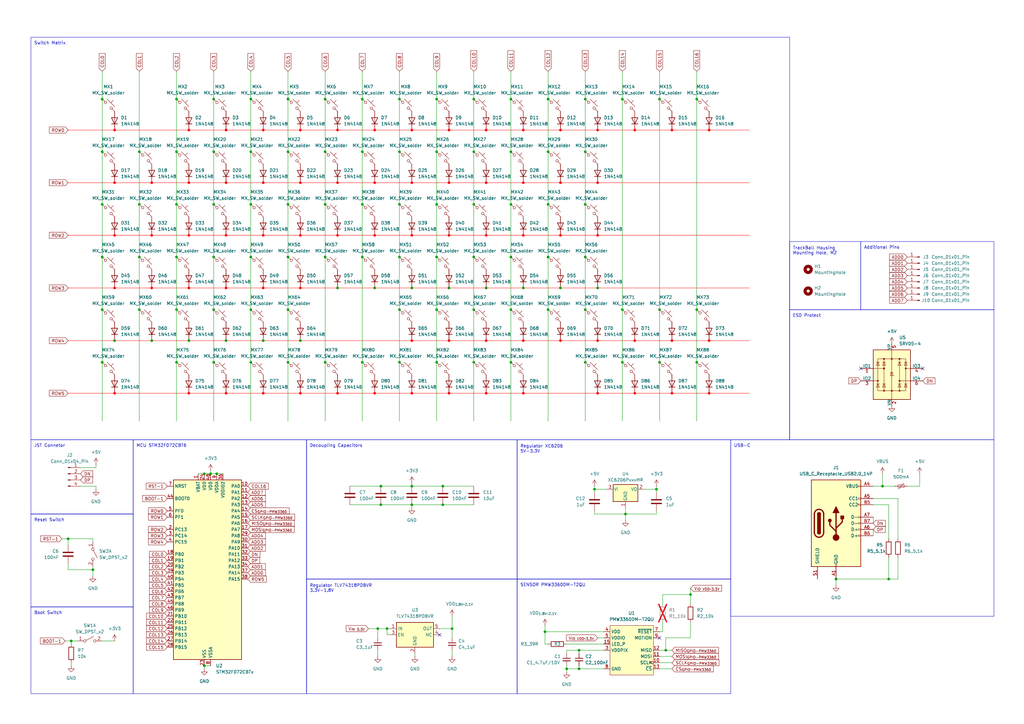
<source format=kicad_sch>
(kicad_sch (version 20231120) (generator "eeschema") (generator_version "8.0")
  (paper "A3")
  (title_block (title "Frog 8K Ergodox Track Ball PCB"))
  (junction (at 179.07 40.64))
  (junction (at 72.39 127))
  (junction (at 133.35 105.41))
  (junction (at 133.35 62.23))
  (junction (at 184.15 139.7) (color 255 0 0 1))
  (junction (at 260.35 139.7) (color 255 0 0 1))
  (junction (at 138.43 53.34) (color 255 0 0 1))
  (junction (at 88.9 194.31))
  (junction (at 224.79 127))
  (junction (at 275.59 53.34) (color 255 0 0 1))
  (junction (at 224.79 40.64))
  (junction (at 214.63 96.52) (color 255 0 0 1))
  (junction (at 275.59 161.29) (color 255 0 0 1))
  (junction (at 240.03 40.64))
  (junction (at 102.87 62.23))
  (junction (at 153.67 74.93) (color 255 0 0 1))
  (junction (at 158.75 257.81))
  (junction (at 46.99 96.52) (color 255 0 0 1))
  (junction (at 229.87 74.93) (color 255 0 0 1))
  (junction (at 245.11 96.52) (color 255 0 0 1))
  (junction (at 138.43 96.52) (color 255 0 0 1))
  (junction (at 163.83 148.59))
  (junction (at 107.95 96.52) (color 255 0 0 1))
  (junction (at 199.39 118.11))
  (junction (at 133.35 148.59))
  (junction (at 163.83 105.41))
  (junction (at 179.07 62.23))
  (junction (at 179.07 127))
  (junction (at 243.84 200.66))
  (junction (at 209.55 105.41))
  (junction (at 123.19 53.34) (color 255 0 0 1))
  (junction (at 62.23 139.7))
  (junction (at 72.39 83.82))
  (junction (at 168.91 199.39))
  (junction (at 168.91 139.7) (color 255 0 0 1))
  (junction (at 285.75 40.64))
  (junction (at 181.61 207.01))
  (junction (at 168.91 118.11))
  (junction (at 194.31 83.82))
  (junction (at 118.11 83.82))
  (junction (at 133.35 83.82))
  (junction (at 240.03 83.82))
  (junction (at 240.03 62.23))
  (junction (at 92.71 53.34) (color 255 0 0 1))
  (junction (at 209.55 40.64))
  (junction (at 184.15 161.29) (color 255 0 0 1))
  (junction (at 179.07 148.59))
  (junction (at 41.91 83.82))
  (junction (at 123.19 74.93) (color 255 0 0 1))
  (junction (at 87.63 105.41))
  (junction (at 92.71 74.93) (color 255 0 0 1))
  (junction (at 57.15 127))
  (junction (at 72.39 40.64))
  (junction (at 209.55 127))
  (junction (at 229.87 96.52) (color 255 0 0 1))
  (junction (at 77.47 96.52) (color 255 0 0 1))
  (junction (at 86.36 194.31))
  (junction (at 214.63 53.34) (color 255 0 0 1))
  (junction (at 46.99 118.11) (color 255 0 0 1))
  (junction (at 229.87 139.7) (color 255 0 0 1))
  (junction (at 46.99 74.93) (color 255 0 0 1))
  (junction (at 148.59 62.23))
  (junction (at 270.51 40.64))
  (junction (at 62.23 118.11) (color 255 0 0 1))
  (junction (at 102.87 83.82))
  (junction (at 148.59 83.82))
  (junction (at 229.87 53.34) (color 255 0 0 1))
  (junction (at 184.15 96.52) (color 255 0 0 1))
  (junction (at 46.99 161.29) (color 255 0 0 1))
  (junction (at 290.83 53.34) (color 255 0 0 1))
  (junction (at 270.51 148.59))
  (junction (at 364.49 237.49))
  (junction (at 199.39 74.93) (color 255 0 0 1))
  (junction (at 156.21 207.01))
  (junction (at 245.11 139.7) (color 255 0 0 1))
  (junction (at 224.79 105.41))
  (junction (at 185.42 257.81))
  (junction (at 138.43 161.29) (color 255 0 0 1))
  (junction (at 245.11 118.11))
  (junction (at 168.91 74.93) (color 255 0 0 1))
  (junction (at 153.67 161.29) (color 255 0 0 1))
  (junction (at 283.21 243.84))
  (junction (at 245.11 53.34) (color 255 0 0 1))
  (junction (at 214.63 74.93) (color 255 0 0 1))
  (junction (at 148.59 40.64))
  (junction (at 118.11 148.59))
  (junction (at 123.19 96.52) (color 255 0 0 1))
  (junction (at 72.39 62.23))
  (junction (at 102.87 40.64))
  (junction (at 77.47 161.29) (color 255 0 0 1))
  (junction (at 194.31 40.64))
  (junction (at 102.87 105.41))
  (junction (at 41.91 148.59))
  (junction (at 123.19 118.11) (color 255 0 0 1))
  (junction (at 41.91 40.64))
  (junction (at 118.11 62.23))
  (junction (at 153.67 118.11))
  (junction (at 102.87 148.59))
  (junction (at 275.59 139.7) (color 255 0 0 1))
  (junction (at 285.75 148.59))
  (junction (at 214.63 161.29) (color 255 0 0 1))
  (junction (at 123.19 139.7))
  (junction (at 199.39 161.29) (color 255 0 0 1))
  (junction (at 290.83 139.7) (color 255 0 0 1))
  (junction (at 102.87 127))
  (junction (at 255.27 148.59))
  (junction (at 269.24 200.66))
  (junction (at 77.47 139.7))
  (junction (at 260.35 53.34) (color 255 0 0 1))
  (junction (at 163.83 40.64))
  (junction (at 361.95 199.39))
  (junction (at 27.94 220.98))
  (junction (at 290.83 161.29) (color 255 0 0 1))
  (junction (at 260.35 161.29) (color 255 0 0 1))
  (junction (at 46.99 139.7))
  (junction (at 153.67 96.52) (color 255 0 0 1))
  (junction (at 107.95 139.7))
  (junction (at 41.91 62.23))
  (junction (at 87.63 83.82))
  (junction (at 214.63 139.7) (color 255 0 0 1))
  (junction (at 342.9 237.49))
  (junction (at 194.31 127))
  (junction (at 199.39 96.52) (color 255 0 0 1))
  (junction (at 57.15 105.41))
  (junction (at 153.67 53.34) (color 255 0 0 1))
  (junction (at 199.39 53.34) (color 255 0 0 1))
  (junction (at 57.15 62.23))
  (junction (at 168.91 207.01))
  (junction (at 194.31 105.41))
  (junction (at 168.91 161.29) (color 255 0 0 1))
  (junction (at 92.71 96.52) (color 255 0 0 1))
  (junction (at 138.43 118.11))
  (junction (at 255.27 40.64))
  (junction (at 107.95 74.93) (color 255 0 0 1))
  (junction (at 237.49 266.7))
  (junction (at 245.11 161.29) (color 255 0 0 1))
  (junction (at 118.11 40.64))
  (junction (at 87.63 127))
  (junction (at 87.63 148.59))
  (junction (at 133.35 40.64))
  (junction (at 72.39 148.59))
  (junction (at 240.03 148.59))
  (junction (at 41.91 127))
  (junction (at 163.83 83.82))
  (junction (at 107.95 118.11) (color 255 0 0 1))
  (junction (at 41.91 105.41))
  (junction (at 214.63 118.11))
  (junction (at 156.21 199.39))
  (junction (at 240.03 127))
  (junction (at 163.83 127))
  (junction (at 72.39 105.41))
  (junction (at 179.07 105.41))
  (junction (at 46.99 53.34) (color 255 0 0 1))
  (junction (at 148.59 105.41))
  (junction (at 255.27 127))
  (junction (at 148.59 148.59))
  (junction (at 245.11 74.93) (color 255 0 0 1))
  (junction (at 223.52 259.08))
  (junction (at 83.82 194.31))
  (junction (at 92.71 139.7))
  (junction (at 224.79 83.82))
  (junction (at 237.49 274.32))
  (junction (at 184.15 53.34) (color 255 0 0 1))
  (junction (at 77.47 53.34) (color 255 0 0 1))
  (junction (at 138.43 74.93) (color 255 0 0 1))
  (junction (at 273.05 266.7))
  (junction (at 199.39 139.7) (color 255 0 0 1))
  (junction (at 77.47 118.11) (color 255 0 0 1))
  (junction (at 38.1 233.68))
  (junction (at 209.55 83.82))
  (junction (at 123.19 161.29) (color 255 0 0 1))
  (junction (at 270.51 127))
  (junction (at 179.07 83.82))
  (junction (at 62.23 74.93) (color 255 0 0 1))
  (junction (at 232.41 274.32))
  (junction (at 57.15 83.82))
  (junction (at 118.11 127))
  (junction (at 168.91 96.52) (color 255 0 0 1))
  (junction (at 224.79 62.23))
  (junction (at 118.11 105.41))
  (junction (at 29.21 262.89))
  (junction (at 107.95 53.34) (color 255 0 0 1))
  (junction (at 194.31 62.23))
  (junction (at 184.15 74.93) (color 255 0 0 1))
  (junction (at 87.63 40.64))
  (junction (at 209.55 148.59))
  (junction (at 154.94 257.81))
  (junction (at 87.63 62.23))
  (junction (at 83.82 273.05))
  (junction (at 229.87 118.11))
  (junction (at 184.15 118.11))
  (junction (at 240.03 105.41))
  (junction (at 92.71 161.29) (color 255 0 0 1))
  (junction (at 107.95 161.29) (color 255 0 0 1))
  (junction (at 181.61 199.39))
  (junction (at 194.31 148.59))
  (junction (at 285.75 127))
  (junction (at 209.55 62.23))
  (junction (at 256.54 210.82))
  (junction (at 168.91 53.34) (color 255 0 0 1))
  (junction (at 92.71 118.11) (color 255 0 0 1))
  (junction (at 163.83 62.23))
  (junction (at 77.47 74.93) (color 255 0 0 1))
  (junction (at 62.23 96.52) (color 255 0 0 1))
  (no_connect (at 180.34 260.35))
  (no_connect (at 353.06 151.13))
  (no_connect (at 270.51 261.62))
  (no_connect (at 378.46 151.13))
  (wire (pts (xy 245.11 161.29) (xy 260.35 161.29)) (stroke (width 0) (color 255 0 0 1)))
  (wire (pts (xy 92.71 53.34) (xy 107.95 53.34)) (stroke (width 0) (color 255 0 0 1)))
  (wire (pts (xy 33.02 199.39) (xy 39.37 199.39)))
  (wire (pts (xy 168.91 74.93) (xy 184.15 74.93)) (stroke (width 0) (color 255 0 0 1)))
  (wire (pts (xy 285.75 127) (xy 285.75 148.59)))
  (wire (pts (xy 179.07 40.64) (xy 179.07 62.23)))
  (wire (pts (xy 123.19 139.7) (xy 168.91 139.7)) (stroke (width 0) (color 255 0 0 1)))
  (wire (pts (xy 290.83 161.29) (xy 307.34 161.29)) (stroke (width 0) (color 255 0 0 1)))
  (wire (pts (xy 163.83 29.21) (xy 163.83 40.64)))
  (wire (pts (xy 133.35 148.59) (xy 133.35 172.72)))
  (wire (pts (xy 255.27 127) (xy 255.27 148.59)))
  (wire (pts (xy 209.55 62.23) (xy 209.55 83.82)))
  (wire (pts (xy 77.47 139.7) (xy 92.71 139.7)) (stroke (width 0) (color 255 0 0 1)))
  (wire (pts (xy 264.16 200.66) (xy 269.24 200.66)))
  (wire (pts (xy 214.63 118.11) (xy 229.87 118.11)) (stroke (width 0) (color 255 0 0 1)))
  (wire (pts (xy 232.41 267.97) (xy 232.41 266.7)))
  (wire (pts (xy 72.39 40.64) (xy 72.39 62.23)))
  (wire (pts (xy 223.52 259.08) (xy 223.52 264.16)))
  (wire (pts (xy 163.83 127) (xy 163.83 148.59)))
  (wire (pts (xy 237.49 273.05) (xy 237.49 274.32)))
  (wire (pts (xy 270.51 269.24) (xy 275.59 269.24)))
  (wire (pts (xy 77.47 118.11) (xy 92.71 118.11)) (stroke (width 0) (color 255 0 0 1)))
  (wire (pts (xy 185.42 266.7) (xy 185.42 269.24)))
  (wire (pts (xy 179.07 29.21) (xy 179.07 40.64)))
  (wire (pts (xy 158.75 257.81) (xy 158.75 260.35)))
  (wire (pts (xy 184.15 96.52) (xy 199.39 96.52)) (stroke (width 0) (color 255 0 0 1)))
  (wire (pts (xy 283.21 261.62) (xy 273.05 261.62)))
  (wire (pts (xy 243.84 200.66) (xy 243.84 201.93)))
  (wire (pts (xy 83.82 273.05) (xy 83.82 274.32)))
  (wire (pts (xy 194.31 40.64) (xy 194.31 62.23)))
  (wire (pts (xy 364.49 228.6) (xy 364.49 237.49)))
  (wire (pts (xy 153.67 53.34) (xy 168.91 53.34)) (stroke (width 0) (color 255 0 0 1)))
  (wire (pts (xy 33.02 191.77) (xy 39.37 191.77)))
  (wire (pts (xy 269.24 199.39) (xy 269.24 200.66)))
  (wire (pts (xy 107.95 118.11) (xy 123.19 118.11)) (stroke (width 0) (color 255 0 0 1)))
  (wire (pts (xy 41.91 62.23) (xy 41.91 83.82)))
  (wire (pts (xy 92.71 74.93) (xy 107.95 74.93)) (stroke (width 0) (color 255 0 0 1)))
  (wire (pts (xy 148.59 40.64) (xy 148.59 62.23)))
  (wire (pts (xy 156.21 199.39) (xy 168.91 199.39)))
  (wire (pts (xy 72.39 83.82) (xy 72.39 105.41)))
  (wire (pts (xy 181.61 207.01) (xy 194.31 207.01)))
  (wire (pts (xy 377.19 194.31) (xy 377.19 199.39)))
  (wire (pts (xy 92.71 139.7) (xy 107.95 139.7)) (stroke (width 0) (color 255 0 0 1)))
  (wire (pts (xy 223.52 264.16) (xy 224.79 264.16)))
  (wire (pts (xy 38.1 233.68) (xy 38.1 232.41)))
  (wire (pts (xy 285.75 148.59) (xy 285.75 172.72)))
  (wire (pts (xy 158.75 257.81) (xy 160.02 257.81)))
  (wire (pts (xy 248.92 200.66) (xy 243.84 200.66)))
  (wire (pts (xy 154.94 257.81) (xy 154.94 261.62)))
  (wire (pts (xy 27.94 118.11) (xy 46.99 118.11)) (stroke (width 0) (color 255 0 0 1)))
  (wire (pts (xy 368.3 204.47) (xy 368.3 220.98)))
  (wire (pts (xy 199.39 118.11) (xy 214.63 118.11)) (stroke (width 0) (color 255 0 0 1)))
  (wire (pts (xy 46.99 96.52) (xy 62.23 96.52)) (stroke (width 0) (color 255 0 0 1)))
  (wire (pts (xy 102.87 105.41) (xy 102.87 127)))
  (wire (pts (xy 240.03 105.41) (xy 240.03 127)))
  (wire (pts (xy 256.54 208.28) (xy 256.54 210.82)))
  (wire (pts (xy 232.41 274.32) (xy 232.41 275.59)))
  (wire (pts (xy 270.51 274.32) (xy 275.59 274.32)))
  (wire (pts (xy 364.49 237.49) (xy 368.3 237.49)))
  (wire (pts (xy 270.51 127) (xy 270.51 148.59)))
  (wire (pts (xy 27.94 96.52) (xy 46.99 96.52)) (stroke (width 0) (color 255 0 0 1)))
  (wire (pts (xy 372.11 199.39) (xy 377.19 199.39)))
  (wire (pts (xy 342.9 237.49) (xy 364.49 237.49)))
  (wire (pts (xy 87.63 40.64) (xy 87.63 62.23)))
  (wire (pts (xy 270.51 40.64) (xy 270.51 127)))
  (wire (pts (xy 179.07 127) (xy 179.07 148.59)))
  (wire (pts (xy 194.31 105.41) (xy 194.31 127)))
  (wire (pts (xy 245.11 118.11) (xy 307.34 118.11)) (stroke (width 0) (color 255 0 0 1)))
  (wire (pts (xy 123.19 53.34) (xy 138.43 53.34)) (stroke (width 0) (color 255 0 0 1)))
  (wire (pts (xy 270.51 29.21) (xy 270.51 40.64)))
  (wire (pts (xy 256.54 210.82) (xy 269.24 210.82)))
  (wire (pts (xy 163.83 40.64) (xy 163.83 62.23)))
  (wire (pts (xy 168.91 53.34) (xy 184.15 53.34)) (stroke (width 0) (color 255 0 0 1)))
  (wire (pts (xy 364.49 207.01) (xy 364.49 220.98)))
  (wire (pts (xy 102.87 83.82) (xy 102.87 105.41)))
  (wire (pts (xy 107.95 139.7) (xy 123.19 139.7)) (stroke (width 0) (color 255 0 0 1)))
  (wire (pts (xy 237.49 266.7) (xy 237.49 267.97)))
  (wire (pts (xy 214.63 139.7) (xy 229.87 139.7)) (stroke (width 0) (color 255 0 0 1)))
  (wire (pts (xy 224.79 127) (xy 224.79 172.72)))
  (wire (pts (xy 290.83 139.7) (xy 307.34 139.7)) (stroke (width 0) (color 255 0 0 1)))
  (wire (pts (xy 179.07 105.41) (xy 179.07 127)))
  (wire (pts (xy 232.41 274.32) (xy 237.49 274.32)))
  (wire (pts (xy 41.91 40.64) (xy 41.91 62.23)))
  (wire (pts (xy 240.03 127) (xy 240.03 148.59)))
  (wire (pts (xy 138.43 74.93) (xy 153.67 74.93)) (stroke (width 0) (color 255 0 0 1)))
  (wire (pts (xy 29.21 271.78) (xy 29.21 273.05)))
  (wire (pts (xy 86.36 194.31) (xy 88.9 194.31)))
  (wire (pts (xy 209.55 127) (xy 209.55 148.59)))
  (wire (pts (xy 209.55 83.82) (xy 209.55 105.41)))
  (wire (pts (xy 229.87 53.34) (xy 245.11 53.34)) (stroke (width 0) (color 255 0 0 1)))
  (wire (pts (xy 275.59 139.7) (xy 290.83 139.7)) (stroke (width 0) (color 255 0 0 1)))
  (wire (pts (xy 275.59 161.29) (xy 290.83 161.29)) (stroke (width 0) (color 255 0 0 1)))
  (wire (pts (xy 358.14 207.01) (xy 364.49 207.01)))
  (wire (pts (xy 237.49 274.32) (xy 247.65 274.32)))
  (wire (pts (xy 143.51 199.39) (xy 156.21 199.39)))
  (wire (pts (xy 72.39 148.59) (xy 72.39 172.72)))
  (wire (pts (xy 72.39 127) (xy 72.39 148.59)))
  (wire (pts (xy 179.07 83.82) (xy 179.07 105.41)))
  (wire (pts (xy 361.95 194.31) (xy 361.95 199.39)))
  (wire (pts (xy 243.84 199.39) (xy 243.84 200.66)))
  (wire (pts (xy 46.99 53.34) (xy 77.47 53.34)) (stroke (width 0) (color 255 0 0 1)))
  (wire (pts (xy 154.94 257.81) (xy 158.75 257.81)))
  (wire (pts (xy 229.87 96.52) (xy 245.11 96.52)) (stroke (width 0) (color 255 0 0 1)))
  (wire (pts (xy 223.52 259.08) (xy 247.65 259.08)))
  (wire (pts (xy 214.63 96.52) (xy 229.87 96.52)) (stroke (width 0) (color 255 0 0 1)))
  (wire (pts (xy 133.35 62.23) (xy 133.35 83.82)))
  (wire (pts (xy 72.39 29.21) (xy 72.39 40.64)))
  (wire (pts (xy 148.59 83.82) (xy 148.59 105.41)))
  (wire (pts (xy 260.35 53.34) (xy 275.59 53.34)) (stroke (width 0) (color 255 0 0 1)))
  (wire (pts (xy 138.43 53.34) (xy 153.67 53.34)) (stroke (width 0) (color 255 0 0 1)))
  (wire (pts (xy 232.41 273.05) (xy 232.41 274.32)))
  (wire (pts (xy 358.14 217.17) (xy 358.14 219.71)))
  (wire (pts (xy 194.31 83.82) (xy 194.31 105.41)))
  (wire (pts (xy 199.39 96.52) (xy 214.63 96.52)) (stroke (width 0) (color 255 0 0 1)))
  (wire (pts (xy 224.79 83.82) (xy 224.79 105.41)))
  (wire (pts (xy 29.21 262.89) (xy 31.75 262.89)))
  (wire (pts (xy 270.51 148.59) (xy 270.51 172.72)))
  (wire (pts (xy 72.39 62.23) (xy 72.39 83.82)))
  (wire (pts (xy 163.83 148.59) (xy 163.83 172.72)))
  (wire (pts (xy 153.67 96.52) (xy 168.91 96.52)) (stroke (width 0) (color 255 0 0 1)))
  (wire (pts (xy 133.35 83.82) (xy 133.35 105.41)))
  (wire (pts (xy 168.91 207.01) (xy 181.61 207.01)))
  (wire (pts (xy 163.83 62.23) (xy 163.83 83.82)))
  (wire (pts (xy 285.75 40.64) (xy 285.75 127)))
  (wire (pts (xy 46.99 161.29) (xy 77.47 161.29)) (stroke (width 0) (color 255 0 0 1)))
  (wire (pts (xy 39.37 190.5) (xy 39.37 191.77)))
  (wire (pts (xy 269.24 200.66) (xy 269.24 201.93)))
  (wire (pts (xy 118.11 29.21) (xy 118.11 40.64)))
  (wire (pts (xy 260.35 161.29) (xy 275.59 161.29)) (stroke (width 0) (color 255 0 0 1)))
  (wire (pts (xy 77.47 96.52) (xy 92.71 96.52)) (stroke (width 0) (color 255 0 0 1)))
  (wire (pts (xy 46.99 74.93) (xy 62.23 74.93)) (stroke (width 0) (color 255 0 0 1)))
  (wire (pts (xy 118.11 83.82) (xy 118.11 105.41)))
  (wire (pts (xy 92.71 96.52) (xy 107.95 96.52)) (stroke (width 0) (color 255 0 0 1)))
  (wire (pts (xy 342.9 240.03) (xy 342.9 237.49)))
  (wire (pts (xy 185.42 252.73) (xy 185.42 257.81)))
  (wire (pts (xy 107.95 74.93) (xy 123.19 74.93)) (stroke (width 0) (color 255 0 0 1)))
  (wire (pts (xy 271.78 255.27) (xy 271.78 259.08)))
  (wire (pts (xy 87.63 62.23) (xy 87.63 83.82)))
  (wire (pts (xy 87.63 127) (xy 87.63 148.59)))
  (wire (pts (xy 27.94 74.93) (xy 46.99 74.93)) (stroke (width 0) (color 255 0 0 1)))
  (wire (pts (xy 229.87 139.7) (xy 245.11 139.7)) (stroke (width 0) (color 255 0 0 1)))
  (wire (pts (xy 240.03 40.64) (xy 240.03 62.23)))
  (wire (pts (xy 283.21 241.3) (xy 283.21 243.84)))
  (wire (pts (xy 229.87 118.11) (xy 245.11 118.11)) (stroke (width 0) (color 255 0 0 1)))
  (wire (pts (xy 240.03 62.23) (xy 240.03 83.82)))
  (wire (pts (xy 81.28 194.31) (xy 83.82 194.31)))
  (wire (pts (xy 273.05 266.7) (xy 275.59 266.7)))
  (wire (pts (xy 368.3 228.6) (xy 368.3 237.49)))
  (wire (pts (xy 46.99 118.11) (xy 62.23 118.11)) (stroke (width 0) (color 255 0 0 1)))
  (wire (pts (xy 275.59 53.34) (xy 290.83 53.34)) (stroke (width 0) (color 255 0 0 1)))
  (wire (pts (xy 179.07 62.23) (xy 179.07 83.82)))
  (wire (pts (xy 214.63 53.34) (xy 229.87 53.34)) (stroke (width 0) (color 255 0 0 1)))
  (wire (pts (xy 118.11 62.23) (xy 118.11 83.82)))
  (wire (pts (xy 199.39 74.93) (xy 214.63 74.93)) (stroke (width 0) (color 255 0 0 1)))
  (wire (pts (xy 168.91 198.12) (xy 168.91 199.39)))
  (wire (pts (xy 255.27 40.64) (xy 255.27 127)))
  (wire (pts (xy 168.91 118.11) (xy 184.15 118.11)) (stroke (width 0) (color 255 0 0 1)))
  (wire (pts (xy 92.71 118.11) (xy 107.95 118.11)) (stroke (width 0) (color 255 0 0 1)))
  (wire (pts (xy 148.59 29.21) (xy 148.59 40.64)))
  (wire (pts (xy 270.51 259.08) (xy 271.78 259.08)))
  (wire (pts (xy 77.47 161.29) (xy 92.71 161.29)) (stroke (width 0) (color 255 0 0 1)))
  (wire (pts (xy 185.42 257.81) (xy 185.42 261.62)))
  (wire (pts (xy 209.55 105.41) (xy 209.55 127)))
  (wire (pts (xy 41.91 29.21) (xy 41.91 40.64)))
  (wire (pts (xy 57.15 83.82) (xy 57.15 105.41)))
  (wire (pts (xy 260.35 139.7) (xy 275.59 139.7)) (stroke (width 0) (color 255 0 0 1)))
  (wire (pts (xy 240.03 148.59) (xy 240.03 172.72)))
  (wire (pts (xy 27.94 220.98) (xy 38.1 220.98)))
  (wire (pts (xy 283.21 243.84) (xy 283.21 247.65)))
  (wire (pts (xy 123.19 74.93) (xy 138.43 74.93)) (stroke (width 0) (color 255 0 0 1)))
  (wire (pts (xy 138.43 161.29) (xy 153.67 161.29)) (stroke (width 0) (color 255 0 0 1)))
  (wire (pts (xy 156.21 207.01) (xy 168.91 207.01)))
  (wire (pts (xy 209.55 40.64) (xy 209.55 62.23)))
  (wire (pts (xy 83.82 194.31) (xy 86.36 194.31)))
  (wire (pts (xy 153.67 161.29) (xy 168.91 161.29)) (stroke (width 0) (color 255 0 0 1)))
  (wire (pts (xy 168.91 207.01) (xy 168.91 208.28)))
  (wire (pts (xy 223.52 256.54) (xy 223.52 259.08)))
  (wire (pts (xy 118.11 127) (xy 118.11 148.59)))
  (wire (pts (xy 240.03 29.21) (xy 240.03 40.64)))
  (wire (pts (xy 118.11 40.64) (xy 118.11 62.23)))
  (wire (pts (xy 143.51 207.01) (xy 156.21 207.01)))
  (wire (pts (xy 255.27 148.59) (xy 255.27 172.72)))
  (wire (pts (xy 194.31 62.23) (xy 194.31 83.82)))
  (wire (pts (xy 245.11 74.93) (xy 307.34 74.93)) (stroke (width 0) (color 255 0 0 1)))
  (wire (pts (xy 255.27 29.21) (xy 255.27 40.64)))
  (wire (pts (xy 270.51 271.78) (xy 275.59 271.78)))
  (wire (pts (xy 39.37 199.39) (xy 39.37 200.66)))
  (wire (pts (xy 199.39 161.29) (xy 214.63 161.29)) (stroke (width 0) (color 255 0 0 1)))
  (wire (pts (xy 77.47 74.93) (xy 92.71 74.93)) (stroke (width 0) (color 255 0 0 1)))
  (wire (pts (xy 138.43 118.11) (xy 153.67 118.11)) (stroke (width 0) (color 255 0 0 1)))
  (wire (pts (xy 57.15 29.21) (xy 57.15 62.23)))
  (wire (pts (xy 41.91 105.41) (xy 41.91 127)))
  (wire (pts (xy 224.79 105.41) (xy 224.79 127)))
  (wire (pts (xy 153.67 74.93) (xy 168.91 74.93)) (stroke (width 0) (color 255 0 0 1)))
  (wire (pts (xy 27.94 53.34) (xy 46.99 53.34)) (stroke (width 0) (color 255 0 0 1)))
  (wire (pts (xy 62.23 118.11) (xy 77.47 118.11)) (stroke (width 0) (color 255 0 0 1)))
  (wire (pts (xy 168.91 96.52) (xy 184.15 96.52)) (stroke (width 0) (color 255 0 0 1)))
  (wire (pts (xy 168.91 139.7) (xy 184.15 139.7)) (stroke (width 0) (color 255 0 0 1)))
  (wire (pts (xy 107.95 161.29) (xy 123.19 161.29)) (stroke (width 0) (color 255 0 0 1)))
  (wire (pts (xy 184.15 74.93) (xy 199.39 74.93)) (stroke (width 0) (color 255 0 0 1)))
  (wire (pts (xy 163.83 83.82) (xy 163.83 105.41)))
  (wire (pts (xy 170.18 269.24) (xy 170.18 267.97)))
  (wire (pts (xy 102.87 62.23) (xy 102.87 83.82)))
  (wire (pts (xy 184.15 161.29) (xy 199.39 161.29)) (stroke (width 0) (color 255 0 0 1)))
  (wire (pts (xy 92.71 161.29) (xy 107.95 161.29)) (stroke (width 0) (color 255 0 0 1)))
  (wire (pts (xy 270.51 266.7) (xy 273.05 266.7)))
  (wire (pts (xy 199.39 139.7) (xy 214.63 139.7)) (stroke (width 0) (color 255 0 0 1)))
  (wire (pts (xy 123.19 161.29) (xy 138.43 161.29)) (stroke (width 0) (color 255 0 0 1)))
  (wire (pts (xy 245.11 261.62) (xy 247.65 261.62)))
  (wire (pts (xy 41.91 148.59) (xy 41.91 172.72)))
  (wire (pts (xy 163.83 105.41) (xy 163.83 127)))
  (wire (pts (xy 57.15 62.23) (xy 57.15 83.82)))
  (wire (pts (xy 184.15 118.11) (xy 199.39 118.11)) (stroke (width 0) (color 255 0 0 1)))
  (wire (pts (xy 41.91 83.82) (xy 41.91 105.41)))
  (wire (pts (xy 237.49 266.7) (xy 247.65 266.7)))
  (wire (pts (xy 148.59 148.59) (xy 148.59 172.72)))
  (wire (pts (xy 184.15 53.34) (xy 199.39 53.34)) (stroke (width 0) (color 255 0 0 1)))
  (wire (pts (xy 133.35 40.64) (xy 133.35 62.23)))
  (wire (pts (xy 38.1 233.68) (xy 38.1 236.22)))
  (wire (pts (xy 224.79 62.23) (xy 224.79 83.82)))
  (wire (pts (xy 148.59 105.41) (xy 148.59 148.59)))
  (wire (pts (xy 209.55 29.21) (xy 209.55 40.64)))
  (wire (pts (xy 102.87 29.21) (xy 102.87 40.64)))
  (wire (pts (xy 194.31 148.59) (xy 194.31 172.72)))
  (wire (pts (xy 240.03 83.82) (xy 240.03 105.41)))
  (wire (pts (xy 88.9 194.31) (xy 91.44 194.31)))
  (wire (pts (xy 87.63 83.82) (xy 87.63 105.41)))
  (wire (pts (xy 154.94 266.7) (xy 154.94 269.24)))
  (wire (pts (xy 214.63 74.93) (xy 229.87 74.93)) (stroke (width 0) (color 255 0 0 1)))
  (wire (pts (xy 224.79 29.21) (xy 224.79 40.64)))
  (wire (pts (xy 41.91 127) (xy 41.91 148.59)))
  (wire (pts (xy 256.54 210.82) (xy 256.54 213.36)))
  (wire (pts (xy 87.63 29.21) (xy 87.63 40.64)))
  (wire (pts (xy 102.87 127) (xy 102.87 148.59)))
  (wire (pts (xy 87.63 148.59) (xy 87.63 172.72)))
  (wire (pts (xy 181.61 199.39) (xy 194.31 199.39)))
  (wire (pts (xy 153.67 118.11) (xy 168.91 118.11)) (stroke (width 0) (color 255 0 0 1)))
  (wire (pts (xy 214.63 161.29) (xy 245.11 161.29)) (stroke (width 0) (color 255 0 0 1)))
  (wire (pts (xy 184.15 139.7) (xy 199.39 139.7)) (stroke (width 0) (color 255 0 0 1)))
  (wire (pts (xy 194.31 127) (xy 194.31 148.59)))
  (wire (pts (xy 199.39 53.34) (xy 214.63 53.34)) (stroke (width 0) (color 255 0 0 1)))
  (wire (pts (xy 245.11 96.52) (xy 307.34 96.52)) (stroke (width 0) (color 255 0 0 1)))
  (wire (pts (xy 62.23 96.52) (xy 77.47 96.52)) (stroke (width 0) (color 255 0 0 1)))
  (wire (pts (xy 62.23 139.7) (xy 77.47 139.7)) (stroke (width 0) (color 255 0 0 1)))
  (wire (pts (xy 107.95 96.52) (xy 123.19 96.52)) (stroke (width 0) (color 255 0 0 1)))
  (wire (pts (xy 245.11 53.34) (xy 260.35 53.34)) (stroke (width 0) (color 255 0 0 1)))
  (wire (pts (xy 269.24 209.55) (xy 269.24 210.82)))
  (wire (pts (xy 358.14 212.09) (xy 358.14 214.63)))
  (wire (pts (xy 87.63 105.41) (xy 87.63 127)))
  (wire (pts (xy 158.75 260.35) (xy 160.02 260.35)))
  (wire (pts (xy 224.79 40.64) (xy 224.79 62.23)))
  (wire (pts (xy 209.55 148.59) (xy 209.55 172.72)))
  (wire (pts (xy 118.11 105.41) (xy 118.11 127)))
  (wire (pts (xy 26.67 262.89) (xy 29.21 262.89)))
  (wire (pts (xy 151.13 257.81) (xy 154.94 257.81)))
  (wire (pts (xy 62.23 74.93) (xy 77.47 74.93)) (stroke (width 0) (color 255 0 0 1)))
  (wire (pts (xy 29.21 262.89) (xy 29.21 264.16)))
  (wire (pts (xy 138.43 96.52) (xy 153.67 96.52)) (stroke (width 0) (color 255 0 0 1)))
  (wire (pts (xy 271.78 243.84) (xy 283.21 243.84)))
  (wire (pts (xy 273.05 261.62) (xy 273.05 266.7)))
  (wire (pts (xy 102.87 40.64) (xy 102.87 62.23)))
  (wire (pts (xy 107.95 53.34) (xy 123.19 53.34)) (stroke (width 0) (color 255 0 0 1)))
  (wire (pts (xy 168.91 199.39) (xy 181.61 199.39)))
  (wire (pts (xy 27.94 161.29) (xy 46.99 161.29)) (stroke (width 0) (color 255 0 0 1)))
  (wire (pts (xy 179.07 148.59) (xy 179.07 172.72)))
  (wire (pts (xy 77.47 53.34) (xy 92.71 53.34)) (stroke (width 0) (color 255 0 0 1)))
  (wire (pts (xy 271.78 247.65) (xy 271.78 243.84)))
  (wire (pts (xy 83.82 273.05) (xy 86.36 273.05)))
  (wire (pts (xy 168.91 161.29) (xy 184.15 161.29)) (stroke (width 0) (color 255 0 0 1)))
  (wire (pts (xy 243.84 210.82) (xy 256.54 210.82)))
  (wire (pts (xy 133.35 105.41) (xy 133.35 148.59)))
  (wire (pts (xy 72.39 105.41) (xy 72.39 127)))
  (wire (pts (xy 358.14 204.47) (xy 368.3 204.47)))
  (wire (pts (xy 118.11 148.59) (xy 118.11 172.72)))
  (wire (pts (xy 232.41 266.7) (xy 237.49 266.7)))
  (wire (pts (xy 148.59 62.23) (xy 148.59 83.82)))
  (wire (pts (xy 361.95 199.39) (xy 367.03 199.39)))
  (wire (pts (xy 27.94 233.68) (xy 38.1 233.68)))
  (wire (pts (xy 41.91 262.89) (xy 46.99 262.89)))
  (wire (pts (xy 194.31 29.21) (xy 194.31 40.64)))
  (wire (pts (xy 180.34 257.81) (xy 185.42 257.81)))
  (wire (pts (xy 123.19 118.11) (xy 138.43 118.11)) (stroke (width 0) (color 255 0 0 1)))
  (wire (pts (xy 232.41 264.16) (xy 247.65 264.16)))
  (wire (pts (xy 46.99 139.7) (xy 62.23 139.7)) (stroke (width 0) (color 255 0 0 1)))
  (wire (pts (xy 86.36 193.04) (xy 86.36 194.31)))
  (wire (pts (xy 358.14 199.39) (xy 361.95 199.39)))
  (wire (pts (xy 285.75 29.21) (xy 285.75 40.64)))
  (wire (pts (xy 245.11 139.7) (xy 260.35 139.7)) (stroke (width 0) (color 255 0 0 1)))
  (wire (pts (xy 283.21 255.27) (xy 283.21 261.62)))
  (wire (pts (xy 123.19 96.52) (xy 138.43 96.52)) (stroke (width 0) (color 255 0 0 1)))
  (wire (pts (xy 25.4 220.98) (xy 27.94 220.98)))
  (wire (pts (xy 27.94 231.14) (xy 27.94 233.68)))
  (wire (pts (xy 290.83 53.34) (xy 307.34 53.34)) (stroke (width 0) (color 255 0 0 1)))
  (wire (pts (xy 102.87 148.59) (xy 102.87 172.72)))
  (wire (pts (xy 243.84 209.55) (xy 243.84 210.82)))
  (wire (pts (xy 38.1 220.98) (xy 38.1 222.25)))
  (wire (pts (xy 57.15 127) (xy 57.15 172.72)))
  (wire (pts (xy 27.94 139.7) (xy 46.99 139.7)) (stroke (width 0) (color 255 0 0 1)))
  (wire (pts (xy 133.35 29.21) (xy 133.35 40.64)))
  (wire (pts (xy 27.94 220.98) (xy 27.94 223.52)))
  (wire (pts (xy 229.87 74.93) (xy 245.11 74.93)) (stroke (width 0) (color 255 0 0 1)))
  (wire (pts (xy 57.15 105.41) (xy 57.15 127)))
  (rectangle (start 212.09 180.34) (end 299.72 237.49))
  (rectangle (start 353.06 99.06) (end 407.67 127))
  (rectangle (start 299.72 180.34) (end 407.67 252.73))
  (rectangle (start 12.7 180.34) (end 54.61 210.82))
  (rectangle (start 12.7 15.24) (end 323.85 180.34))
  (rectangle (start 125.73 180.34) (end 212.09 237.49))
  (rectangle (start 125.73 237.49) (end 212.09 284.48))
  (rectangle (start 323.85 127) (end 407.67 180.34))
  (rectangle (start 323.85 99.06) (end 353.06 127))
  (rectangle (start 12.7 210.82) (end 54.61 248.92))
  (rectangle (start 54.61 180.34) (end 125.73 284.48))
  (rectangle (start 12.7 248.92) (end 54.61 284.48))
  (rectangle (start 212.09 237.49) (end 299.72 284.48))
  (text "TrackBall Housing\nMounting Hole, M2" (at 325.12 102.87 0) (effects (font (size 1.27 1.27)) (justify left)))
  (text "Regulator XC6206\n5V-3.3V\n" (at 213.36 184.15 0) (effects (font (size 1.27 1.27)) (justify left)))
  (text "Additional Pins" (at 354.33 101.6 0) (effects (font (size 1.27 1.27)) (justify left)))
  (text "USB-C" (at 300.99 182.88 0) (effects (font (size 1.27 1.27)) (justify left)))
  (text "SENSOR PMW3360DM-T2QU" (at 213.36 240.03 0) (effects (font (size 1.27 1.27)) (justify left)))
  (text "Switch Matrix" (at 13.97 17.78 0) (effects (font (size 1.27 1.27)) (justify left)))
  (text "Regulator TLV74318PDBVR\n3.3V-1.8V\n" (at 127 241.3 0) (effects (font (size 1.27 1.27)) (justify left)))
  (text "Decoupling Capacitors\n" (at 127 182.88 0) (effects (font (size 1.27 1.27)) (justify left)))
  (text "MCU STM32F072CBT6" (at 55.88 182.88 0) (effects (font (size 1.27 1.27)) (justify left)))
  (text "JST Connetor" (at 13.97 182.88 0) (effects (font (size 1.27 1.27)) (justify left)))
  (text "Reset Switch\n" (at 13.97 213.36 0) (effects (font (size 1.27 1.27)) (justify left)))
  (text "ESD Protect" (at 325.12 129.54 0) (effects (font (size 1.27 1.27)) (justify left)))
  (text "Boot Switch\n" (at 13.97 251.46 0) (effects (font (size 1.27 1.27)) (justify left)))
  (global_label "ADD7" (shape input) (at 372.11 123.19 180) (property "Intersheetrefs" "${INTERSHEET_REFS}" (effects (hide yes))))
  (global_label "RST-1" (shape input) (at 68.58 199.39 180) (property "Intersheetrefs" "${INTERSHEET_REFS}" (effects (hide yes))))
  (global_label "DP" (shape input) (at 353.06 156.21 180) (property "Intersheetrefs" "${INTERSHEET_REFS}" (effects (hide yes))))
  (global_label "COL8" (shape input) (at 68.58 247.65 180) (property "Intersheetrefs" "${INTERSHEET_REFS}" (effects (hide yes))))
  (global_label "DN" (shape input) (at 358.14 214.63 0) (property "Intersheetrefs" "${INTERSHEET_REFS}" (effects (hide yes))))
  (global_label "COL10" (shape input) (at 194.31 29.21 90) (property "Intersheetrefs" "${INTERSHEET_REFS}" (effects (hide yes))))
  (global_label "COL4" (shape input) (at 102.87 29.21 90) (property "Intersheetrefs" "${INTERSHEET_REFS}" (effects (hide yes))))
  (global_label "DP" (shape input) (at 33.02 196.85 0) (property "Intersheetrefs" "${INTERSHEET_REFS}" (effects (hide yes))))
  (global_label "COL1" (shape input) (at 57.15 29.21 90) (property "Intersheetrefs" "${INTERSHEET_REFS}" (effects (hide yes))))
  (global_label "ADD4" (shape input) (at 101.6 219.71 0) (property "Intersheetrefs" "${INTERSHEET_REFS}" (effects (hide yes))))
  (global_label "CS_{GPIO-PMW3360}" (shape input) (at 101.6 209.55 0) (property "Intersheetrefs" "${INTERSHEET_REFS}" (effects (hide yes))))
  (global_label "ADD5" (shape input) (at 372.11 118.11 180) (property "Intersheetrefs" "${INTERSHEET_REFS}" (effects (hide yes))))
  (global_label "RST-1" (shape input) (at 25.4 220.98 180) (property "Intersheetrefs" "${INTERSHEET_REFS}" (effects (hide yes))))
  (global_label "BOOT-1" (shape input) (at 26.67 262.89 180) (property "Intersheetrefs" "${INTERSHEET_REFS}" (effects (hide yes))))
  (global_label "COL12" (shape input) (at 68.58 257.81 180) (property "Intersheetrefs" "${INTERSHEET_REFS}" (effects (hide yes))))
  (global_label "ROW0" (shape input) (at 27.94 53.34 180) (property "Intersheetrefs" "${INTERSHEET_REFS}" (effects (hide yes))))
  (global_label "COL15" (shape input) (at 270.51 29.21 90) (property "Intersheetrefs" "${INTERSHEET_REFS}" (effects (hide yes))))
  (global_label "COL14" (shape input) (at 68.58 262.89 180) (property "Intersheetrefs" "${INTERSHEET_REFS}" (effects (hide yes))))
  (global_label "ROW4" (shape input) (at 68.58 222.25 180) (property "Intersheetrefs" "${INTERSHEET_REFS}" (effects (hide yes))))
  (global_label "ROW1" (shape input) (at 27.94 74.93 180) (property "Intersheetrefs" "${INTERSHEET_REFS}" (effects (hide yes))))
  (global_label "DP" (shape input) (at 101.6 229.87 0) (property "Intersheetrefs" "${INTERSHEET_REFS}" (effects (hide yes))))
  (global_label "COL13" (shape input) (at 68.58 260.35 180) (property "Intersheetrefs" "${INTERSHEET_REFS}" (effects (hide yes))))
  (global_label "COL6" (shape input) (at 133.35 29.21 90) (property "Intersheetrefs" "${INTERSHEET_REFS}" (effects (hide yes))))
  (global_label "COL11" (shape input) (at 68.58 255.27 180) (property "Intersheetrefs" "${INTERSHEET_REFS}" (effects (hide yes))))
  (global_label "COL11" (shape input) (at 209.55 29.21 90) (property "Intersheetrefs" "${INTERSHEET_REFS}" (effects (hide yes))))
  (global_label "ADD6" (shape input) (at 101.6 204.47 0) (property "Intersheetrefs" "${INTERSHEET_REFS}" (effects (hide yes))))
  (global_label "DP" (shape input) (at 358.14 217.17 0) (property "Intersheetrefs" "${INTERSHEET_REFS}" (effects (hide yes))))
  (global_label "ROW5" (shape input) (at 101.6 237.49 0) (property "Intersheetrefs" "${INTERSHEET_REFS}" (effects (hide yes))))
  (global_label "ADD1" (shape input) (at 101.6 232.41 0) (property "Intersheetrefs" "${INTERSHEET_REFS}" (effects (hide yes))))
  (global_label "COL5" (shape input) (at 68.58 240.03 180) (property "Intersheetrefs" "${INTERSHEET_REFS}" (effects (hide yes))))
  (global_label "COL8" (shape input) (at 163.83 29.21 90) (property "Intersheetrefs" "${INTERSHEET_REFS}" (effects (hide yes))))
  (global_label "MOSI_{GPIO-PMW3360}" (shape input) (at 101.6 217.17 0) (property "Intersheetrefs" "${INTERSHEET_REFS}" (effects (hide yes))))
  (global_label "COL15" (shape input) (at 68.58 265.43 180) (property "Intersheetrefs" "${INTERSHEET_REFS}" (effects (hide yes))))
  (global_label "BOOT-1" (shape input) (at 68.58 204.47 180) (property "Intersheetrefs" "${INTERSHEET_REFS}" (effects (hide yes))))
  (global_label "COL9" (shape input) (at 68.58 250.19 180) (property "Intersheetrefs" "${INTERSHEET_REFS}" (effects (hide yes))))
  (global_label "ADD6" (shape input) (at 372.11 120.65 180) (property "Intersheetrefs" "${INTERSHEET_REFS}" (effects (hide yes))))
  (global_label "ADD3" (shape input) (at 101.6 222.25 0) (property "Intersheetrefs" "${INTERSHEET_REFS}" (effects (hide yes))))
  (global_label "COL3" (shape input) (at 68.58 234.95 180) (property "Intersheetrefs" "${INTERSHEET_REFS}" (effects (hide yes))))
  (global_label "ROW0" (shape input) (at 68.58 209.55 180) (property "Intersheetrefs" "${INTERSHEET_REFS}" (effects (hide yes))))
  (global_label "COL16" (shape input) (at 285.75 29.21 90) (property "Intersheetrefs" "${INTERSHEET_REFS}" (effects (hide yes))))
  (global_label "ADD4" (shape input) (at 372.11 115.57 180) (property "Intersheetrefs" "${INTERSHEET_REFS}" (effects (hide yes))))
  (global_label "MISO_{GPIO-PMW3360}" (shape input) (at 101.6 214.63 0) (property "Intersheetrefs" "${INTERSHEET_REFS}" (effects (hide yes))))
  (global_label "DN" (shape input) (at 378.46 156.21 0) (property "Intersheetrefs" "${INTERSHEET_REFS}" (effects (hide yes))))
  (global_label "ROW3" (shape input) (at 68.58 219.71 180) (property "Intersheetrefs" "${INTERSHEET_REFS}" (effects (hide yes))))
  (global_label "ROW1" (shape input) (at 68.58 212.09 180) (property "Intersheetrefs" "${INTERSHEET_REFS}" (effects (hide yes))))
  (global_label "COL16" (shape input) (at 101.6 199.39 0) (property "Intersheetrefs" "${INTERSHEET_REFS}" (effects (hide yes))))
  (global_label "COL13" (shape input) (at 240.03 29.21 90) (property "Intersheetrefs" "${INTERSHEET_REFS}" (effects (hide yes))))
  (global_label "CS_{GPIO-PMW3360}" (shape input) (at 275.59 274.32 0) (property "Intersheetrefs" "${INTERSHEET_REFS}" (effects (hide yes))))
  (global_label "V_{IO VDD~3.3V}" (shape input) (at 283.21 241.3 0) (property "Intersheetrefs" "${INTERSHEET_REFS}" (effects (hide yes))))
  (global_label "COL10" (shape input) (at 68.58 252.73 180) (property "Intersheetrefs" "${INTERSHEET_REFS}" (effects (hide yes))))
  (global_label "COL12" (shape input) (at 224.79 29.21 90) (property "Intersheetrefs" "${INTERSHEET_REFS}" (effects (hide yes))))
  (global_label "COL0" (shape input) (at 41.91 29.21 90) (property "Intersheetrefs" "${INTERSHEET_REFS}" (effects (hide yes))))
  (global_label "ROW2" (shape input) (at 27.94 96.52 180) (property "Intersheetrefs" "${INTERSHEET_REFS}" (effects (hide yes))))
  (global_label "COL7" (shape input) (at 68.58 245.11 180) (property "Intersheetrefs" "${INTERSHEET_REFS}" (effects (hide yes))))
  (global_label "COL3" (shape input) (at 87.63 29.21 90) (property "Intersheetrefs" "${INTERSHEET_REFS}" (effects (hide yes))))
  (global_label "COL1" (shape input) (at 68.58 229.87 180) (property "Intersheetrefs" "${INTERSHEET_REFS}" (effects (hide yes))))
  (global_label "COL7" (shape input) (at 148.59 29.21 90) (property "Intersheetrefs" "${INTERSHEET_REFS}" (effects (hide yes))))
  (global_label "ADD0" (shape input) (at 372.11 105.41 180) (property "Intersheetrefs" "${INTERSHEET_REFS}" (effects (hide yes))))
  (global_label "COL4" (shape input) (at 68.58 237.49 180) (property "Intersheetrefs" "${INTERSHEET_REFS}" (effects (hide yes))))
  (global_label "ROW4" (shape input) (at 27.94 139.7 180) (property "Intersheetrefs" "${INTERSHEET_REFS}" (effects (hide yes))))
  (global_label "DN" (shape input) (at 101.6 227.33 0) (property "Intersheetrefs" "${INTERSHEET_REFS}" (effects (hide yes))))
  (global_label "ADD3" (shape input) (at 372.11 113.03 180) (property "Intersheetrefs" "${INTERSHEET_REFS}" (effects (hide yes))))
  (global_label "ROW5" (shape input) (at 27.94 161.29 180) (property "Intersheetrefs" "${INTERSHEET_REFS}" (effects (hide yes))))
  (global_label "ROW2" (shape input) (at 68.58 217.17 180) (property "Intersheetrefs" "${INTERSHEET_REFS}" (effects (hide yes))))
  (global_label "SCLK_{GPIO-PMW3360}" (shape input) (at 101.6 212.09 0) (property "Intersheetrefs" "${INTERSHEET_REFS}" (effects (hide yes))))
  (global_label "ROW3" (shape input) (at 27.94 118.11 180) (property "Intersheetrefs" "${INTERSHEET_REFS}" (effects (hide yes))))
  (global_label "COL6" (shape input) (at 68.58 242.57 180) (property "Intersheetrefs" "${INTERSHEET_REFS}" (effects (hide yes))))
  (global_label "ADD2" (shape input) (at 372.11 110.49 180) (property "Intersheetrefs" "${INTERSHEET_REFS}" (effects (hide yes))))
  (global_label "COL2" (shape input) (at 72.39 29.21 90) (property "Intersheetrefs" "${INTERSHEET_REFS}" (effects (hide yes))))
  (global_label "COL0" (shape input) (at 68.58 227.33 180) (property "Intersheetrefs" "${INTERSHEET_REFS}" (effects (hide yes))))
  (global_label "ADD2" (shape input) (at 101.6 224.79 0) (property "Intersheetrefs" "${INTERSHEET_REFS}" (effects (hide yes))))
  (global_label "SCLK_{GPIO-PMW3360}" (shape input) (at 275.59 271.78 0) (property "Intersheetrefs" "${INTERSHEET_REFS}" (effects (hide yes))))
  (global_label "MOSI_{GPIO-PMW3360}" (shape input) (at 275.59 269.24 0) (property "Intersheetrefs" "${INTERSHEET_REFS}" (effects (hide yes))))
  (global_label "ADD7" (shape input) (at 101.6 201.93 0) (property "Intersheetrefs" "${INTERSHEET_REFS}" (effects (hide yes))))
  (global_label "ADD0" (shape input) (at 101.6 234.95 0) (property "Intersheetrefs" "${INTERSHEET_REFS}" (effects (hide yes))))
  (global_label "ADD1" (shape input) (at 372.11 107.95 180) (property "Intersheetrefs" "${INTERSHEET_REFS}" (effects (hide yes))))
  (global_label "DN" (shape input) (at 33.02 194.31 0) (property "Intersheetrefs" "${INTERSHEET_REFS}" (effects (hide yes))))
  (global_label "COL5" (shape input) (at 118.11 29.21 90) (property "Intersheetrefs" "${INTERSHEET_REFS}" (effects (hide yes))))
  (global_label "V_{IN 3.3V}" (shape input) (at 151.13 257.81 180) (property "Intersheetrefs" "${INTERSHEET_REFS}" (effects (hide yes))))
  (global_label "COL9" (shape input) (at 179.07 29.21 90) (property "Intersheetrefs" "${INTERSHEET_REFS}" (effects (hide yes))))
  (global_label "ADD5" (shape input) (at 101.6 207.01 0) (property "Intersheetrefs" "${INTERSHEET_REFS}" (effects (hide yes))))
  (global_label "COL14" (shape input) (at 255.27 29.21 90) (property "Intersheetrefs" "${INTERSHEET_REFS}" (effects (hide yes))))
  (global_label "COL2" (shape input) (at 68.58 232.41 180) (property "Intersheetrefs" "${INTERSHEET_REFS}" (effects (hide yes))))
  (global_label "MISO_{GPIO-PMW3360}" (shape input) (at 275.59 266.7 0) (property "Intersheetrefs" "${INTERSHEET_REFS}" (effects (hide yes))))
  (global_label "V_{IO VDD~3.3V}" (shape input) (at 245.11 261.62 180) (property "Intersheetrefs" "${INTERSHEET_REFS}" (effects (hide yes))))
  (symbol (lib_id "PCM_marbastlib-mx:MX_SW_solder") (at 166.37 86.36 0) (unit 1)
    (property "Reference" "MX39" (at 166.37 78.74 0))
    (property "Value" "MX_SW_solder" (at 166.37 81.28 0))
    (property "Footprint" "PCM_marbastlib-mx:SW_MX_1u" (effects (hide yes)))
    (property "Description" "Push button switch, normally open, two pins, 45° tilted" (effects (hide yes)))
  )
  (symbol (lib_id "Device:R") (at 368.3 224.79 0) (unit 1)
    (property "Reference" "R6" (at 370.84 223.52 0) (effects (justify left)))
    (property "Value" "R6_5.1k" (at 370.84 226.06 0) (effects (justify left)))
    (property "Footprint" "Resistor_SMD:R_0805_2012Metric_Pad1.20x1.40mm_HandSolder" (effects (hide yes)))
    (property "Description" "Resistor" (effects (hide yes)))
  )
  (symbol (lib_id "PCM_marbastlib-mx:MX_SW_solder") (at 59.69 107.95 0) (unit 1)
    (property "Reference" "MX46" (at 59.69 100.33 0))
    (property "Value" "MX_SW_solder" (at 59.69 102.87 0))
    (property "Footprint" "PCM_marbastlib-mx:SW_MX_1u" (effects (hide yes)))
    (property "Description" "Push button switch, normally open, two pins, 45° tilted" (effects (hide yes)))
  )
  (symbol (lib_id "PCM_marbastlib-mx:MX_SW_solder") (at 227.33 129.54 0) (unit 1)
    (property "Reference" "MX69" (at 227.33 121.92 0))
    (property "Value" "MX_SW_solder" (at 227.33 124.46 0))
    (property "Footprint" "PCM_marbastlib-mx:SW_MX_1u" (effects (hide yes)))
    (property "Description" "Push button switch, normally open, two pins, 45° tilted" (effects (hide yes)))
  )
  (symbol (lib_id "PCM_marbastlib-mx:MX_SW_solder") (at 151.13 86.36 0) (unit 1)
    (property "Reference" "MX38" (at 151.13 78.74 0))
    (property "Value" "MX_SW_solder" (at 151.13 81.28 0))
    (property "Footprint" "PCM_marbastlib-mx:SW_MX_1u" (effects (hide yes)))
    (property "Description" "Push button switch, normally open, two pins, 45° tilted" (effects (hide yes)))
  )
  (symbol (lib_id "PCM_marbastlib-mx:MX_SW_solder") (at 181.61 107.95 0) (unit 1)
    (property "Reference" "MX52" (at 181.61 100.33 0))
    (property "Value" "MX_SW_solder" (at 181.61 102.87 0))
    (property "Footprint" "PCM_marbastlib-mx:SW_MX_1u" (effects (hide yes)))
    (property "Description" "Push button switch, normally open, two pins, 45° tilted" (effects (hide yes)))
  )
  (symbol (lib_id "Device:D") (at 168.91 135.89 90) (unit 1)
    (property "Reference" "D65" (at 171.45 134.6199 90) (effects (justify right)))
    (property "Value" "1N4148" (at 171.45 137.1599 90) (effects (justify right)))
    (property "Footprint" "Diode_SMD:D_SOD-123" (effects (hide yes)))
    (property "Description" "Diode" (effects (hide yes)))
    (property "Sim.Device" "D" (effects (hide yes)))
    (property "Sim.Pins" "1=K 2=A" (effects (hide yes)))
  )
  (symbol (lib_id "Device:D") (at 92.71 135.89 90) (unit 1)
    (property "Reference" "D62" (at 95.25 134.6199 90) (effects (justify right)))
    (property "Value" "1N4148" (at 95.25 137.1599 90) (effects (justify right)))
    (property "Footprint" "Diode_SMD:D_SOD-123" (effects (hide yes)))
    (property "Description" "Diode" (effects (hide yes)))
    (property "Sim.Device" "D" (effects (hide yes)))
    (property "Sim.Pins" "1=K 2=A" (effects (hide yes)))
  )
  (symbol (lib_id "PCM_marbastlib-mx:MX_SW_solder") (at 257.81 151.13 0) (unit 1)
    (property "Reference" "MX86" (at 257.81 143.51 0))
    (property "Value" "MX_SW_solder" (at 257.81 146.05 0))
    (property "Footprint" "PCM_marbastlib-mx:SW_MX_1u" (effects (hide yes)))
    (property "Description" "Push button switch, normally open, two pins, 45° tilted" (effects (hide yes)))
  )
  (symbol (lib_id "Device:D") (at 92.71 71.12 90) (unit 1)
    (property "Reference" "D20" (at 95.25 69.8499 90) (effects (justify right)))
    (property "Value" "1N4148" (at 95.25 72.3899 90) (effects (justify right)))
    (property "Footprint" "Diode_SMD:D_SOD-123" (effects (hide yes)))
    (property "Description" "Diode" (effects (hide yes)))
    (property "Sim.Device" "D" (effects (hide yes)))
    (property "Sim.Pins" "1=K 2=A" (effects (hide yes)))
  )
  (symbol (lib_id "PCM_marbastlib-mx:MX_SW_solder") (at 74.93 107.95 0) (unit 1)
    (property "Reference" "MX47" (at 74.93 100.33 0))
    (property "Value" "MX_SW_solder" (at 74.93 102.87 0))
    (property "Footprint" "PCM_marbastlib-mx:SW_MX_1u" (effects (hide yes)))
    (property "Description" "Push button switch, normally open, two pins, 45° tilted" (effects (hide yes)))
  )
  (symbol (lib_id "PCM_marbastlib-mx:MX_SW_solder") (at 196.85 129.54 0) (unit 1)
    (property "Reference" "MX67" (at 196.85 121.92 0))
    (property "Value" "MX_SW_solder" (at 196.85 124.46 0))
    (property "Footprint" "PCM_marbastlib-mx:SW_MX_1u" (effects (hide yes)))
    (property "Description" "Push button switch, normally open, two pins, 45° tilted" (effects (hide yes)))
  )
  (symbol (lib_id "Connector:Conn_01x01_Pin") (at 377.19 113.03 180) (unit 1)
    (property "Reference" "J6" (at 379.73 113.03 0))
    (property "Value" "Conn_01x01_Pin" (at 389.89 113.03 0))
    (property "Footprint" "TestPoint:TestPoint_Pad_1.5x1.5mm" (effects (hide yes)))
    (property "Description" "Generic connector, single row, 01x01, script generated" (effects (hide yes)))
  )
  (symbol (lib_id "Device:D") (at 168.91 92.71 90) (unit 1)
    (property "Reference" "D39" (at 171.45 91.4399 90) (effects (justify right)))
    (property "Value" "1N4148" (at 171.45 93.9799 90) (effects (justify right)))
    (property "Footprint" "Diode_SMD:D_SOD-123" (effects (hide yes)))
    (property "Description" "Diode" (effects (hide yes)))
    (property "Sim.Device" "D" (effects (hide yes)))
    (property "Sim.Pins" "1=K 2=A" (effects (hide yes)))
  )
  (symbol (lib_id "pmw3360:PMW3360DM-T2QU") (at 259.08 266.7 0) (unit 1) (in_bom no)
    (property "Reference" "U1" (at 259.08 251.46 0))
    (property "Value" "PMW3360DM-T2QU" (at 259.08 254 0))
    (property "Footprint" "PMW3360_PCB:16pin‐DIP(PMW3360DM-T2QU)" (effects (hide yes)))
    (property "Datasheet" "https://www.pixart.com/products-detail/tw/10/PMW3360DM-T2QU" (effects (hide yes)))
    (property "Description" "Optical mouse sensor" (effects (hide yes)))
  )
  (symbol (lib_id "Connector:Conn_01x01_Pin") (at 377.19 107.95 180) (unit 1)
    (property "Reference" "J4" (at 379.73 107.95 0))
    (property "Value" "Conn_01x01_Pin" (at 389.89 107.95 0))
    (property "Footprint" "TestPoint:TestPoint_Pad_1.5x1.5mm" (effects (hide yes)))
    (property "Description" "Generic connector, single row, 01x01, script generated" (effects (hide yes)))
  )
  (symbol (lib_id "PCM_marbastlib-mx:MX_SW_solder") (at 273.05 43.18 0) (unit 1)
    (property "Reference" "MX15" (at 273.05 35.56 0))
    (property "Value" "MX_SW_solder" (at 273.05 38.1 0))
    (property "Footprint" "PCM_marbastlib-mx:SW_MX_1u" (effects (hide yes)))
    (property "Description" "Push button switch, normally open, two pins, 45° tilted" (effects (hide yes)))
  )
  (symbol (lib_id "PCM_marbastlib-mx:MX_SW_solder") (at 242.57 151.13 0) (unit 1)
    (property "Reference" "MX85" (at 242.57 143.51 0))
    (property "Value" "MX_SW_solder" (at 242.57 146.05 0))
    (property "Footprint" "PCM_marbastlib-mx:SW_MX_1u" (effects (hide yes)))
    (property "Description" "Push button switch, normally open, two pins, 45° tilted" (effects (hide yes)))
  )
  (symbol (lib_id "PCM_marbastlib-mx:MX_SW_solder") (at 135.89 86.36 0) (unit 1)
    (property "Reference" "MX37" (at 135.89 78.74 0))
    (property "Value" "MX_SW_solder" (at 135.89 81.28 0))
    (property "Footprint" "PCM_marbastlib-mx:SW_MX_1u" (effects (hide yes)))
    (property "Description" "Push button switch, normally open, two pins, 45° tilted" (effects (hide yes)))
  )
  (symbol (lib_id "PCM_marbastlib-mx:MX_SW_solder") (at 273.05 151.13 0) (unit 1)
    (property "Reference" "MX87" (at 273.05 143.51 0))
    (property "Value" "MX_SW_solder" (at 273.05 146.05 0))
    (property "Footprint" "PCM_marbastlib-mx:SW_MX_1u" (effects (hide yes)))
    (property "Description" "Push button switch, normally open, two pins, 45° tilted" (effects (hide yes)))
  )
  (symbol (lib_id "Connector:Conn_01x01_Pin") (at 377.19 118.11 180) (unit 1)
    (property "Reference" "J8" (at 379.73 118.11 0))
    (property "Value" "Conn_01x01_Pin" (at 389.89 118.11 0))
    (property "Footprint" "TestPoint:TestPoint_Pad_1.5x1.5mm" (effects (hide yes)))
    (property "Description" "Generic connector, single row, 01x01, script generated" (effects (hide yes)))
  )
  (symbol (lib_id "PCM_marbastlib-mx:MX_SW_solder") (at 242.57 64.77 0) (unit 1)
    (property "Reference" "MX30" (at 242.57 57.15 0))
    (property "Value" "MX_SW_solder" (at 242.57 59.69 0))
    (property "Footprint" "PCM_marbastlib-mx:SW_MX_1u" (effects (hide yes)))
    (property "Description" "Push button switch, normally open, two pins, 45° tilted" (effects (hide yes)))
  )
  (symbol (lib_id "power:GND") (at 83.82 274.32 0) (unit 1)
    (property "Reference" "#PWR02" (effects (hide yes)))
    (property "Value" "GND" (at 83.82 279.4 0))
    (property "Description" "Power symbol creates a global label with name \"GND\" , ground" (effects (hide yes)))
  )
  (symbol (lib_id "Device:D") (at 290.83 49.53 90) (unit 1)
    (property "Reference" "D16" (at 293.37 48.2599 90) (effects (justify right)))
    (property "Value" "1N4148" (at 293.37 50.7999 90) (effects (justify right)))
    (property "Footprint" "Diode_SMD:D_SOD-123" (effects (hide yes)))
    (property "Description" "Diode" (effects (hide yes)))
    (property "Sim.Device" "D" (effects (hide yes)))
    (property "Sim.Pins" "1=K 2=A" (effects (hide yes)))
  )
  (symbol (lib_id "Device:D") (at 245.11 71.12 90) (unit 1)
    (property "Reference" "D30" (at 247.65 69.8499 90) (effects (justify right)))
    (property "Value" "1N4148" (at 247.65 72.3899 90) (effects (justify right)))
    (property "Footprint" "Diode_SMD:D_SOD-123" (effects (hide yes)))
    (property "Description" "Diode" (effects (hide yes)))
    (property "Sim.Device" "D" (effects (hide yes)))
    (property "Sim.Pins" "1=K 2=A" (effects (hide yes)))
  )
  (symbol (lib_id "power:+3V3") (at 46.99 262.89 0) (unit 1)
    (property "Reference" "#PWR014" (effects (hide yes)))
    (property "Value" "+3V3" (at 46.99 257.81 0))
    (property "Description" "Power symbol creates a global label with name \"+3V3\"" (effects (hide yes)))
  )
  (symbol (lib_id "power:+3V3") (at 168.91 198.12 0) (unit 1)
    (property "Reference" "#PWR016" (effects (hide yes)))
    (property "Value" "+3V3" (at 168.91 193.04 0))
    (property "Description" "Power symbol creates a global label with name \"+3V3\"" (effects (hide yes)))
  )
  (symbol (lib_id "Device:D") (at 184.15 92.71 90) (unit 1)
    (property "Reference" "D40" (at 186.69 91.4399 90) (effects (justify right)))
    (property "Value" "1N4148" (at 186.69 93.9799 90) (effects (justify right)))
    (property "Footprint" "Diode_SMD:D_SOD-123" (effects (hide yes)))
    (property "Description" "Diode" (effects (hide yes)))
    (property "Sim.Device" "D" (effects (hide yes)))
    (property "Sim.Pins" "1=K 2=A" (effects (hide yes)))
  )
  (symbol (lib_id "PCM_marbastlib-mx:MX_SW_solder") (at 44.45 107.95 0) (unit 1)
    (property "Reference" "MX45" (at 44.45 100.33 0))
    (property "Value" "MX_SW_solder" (at 44.45 102.87 0))
    (property "Footprint" "PCM_marbastlib-mx:SW_MX_1u" (effects (hide yes)))
    (property "Description" "Push button switch, normally open, two pins, 45° tilted" (effects (hide yes)))
  )
  (symbol (lib_id "Device:D") (at 46.99 49.53 90) (unit 1)
    (property "Reference" "D1" (at 49.53 48.2599 90) (effects (justify right)))
    (property "Value" "1N4148" (at 49.53 50.7999 90) (effects (justify right)))
    (property "Footprint" "Diode_SMD:D_SOD-123" (effects (hide yes)))
    (property "Description" "Diode" (effects (hide yes)))
    (property "Sim.Device" "D" (effects (hide yes)))
    (property "Sim.Pins" "1=K 2=A" (effects (hide yes)))
  )
  (symbol (lib_id "MCU_ST_STM32F0:STM32F072CBTx") (at 83.82 234.95 0) (unit 1)
    (property "Reference" "U2" (at 88.5541 273.05 0) (effects (justify left)))
    (property "Value" "STM32F072CBTx" (at 88.5541 275.59 0) (effects (justify left)))
    (property "Footprint" "Package_QFP:LQFP-48_7x7mm_P0.5mm" (effects (hide yes)))
    (property "Datasheet" "https://www.st.com/resource/en/datasheet/stm32f072cb.pdf" (effects (hide yes)))
    (property "Description" "STMicroelectronics Arm Cortex-M0 MCU, 128KB flash, 16KB RAM, 48 MHz, 2.0-3.6V, 37 GPIO, LQFP48" (effects (hide yes)))
  )
  (symbol (lib_id "power:+5V") (at 365.76 140.97 0) (unit 1)
    (property "Reference" "#PWR022" (effects (hide yes)))
    (property "Value" "+5V" (at 365.76 135.89 0))
    (property "Description" "Power symbol creates a global label with name \"+5V\"" (effects (hide yes)))
  )
  (symbol (lib_id "power:GND") (at 185.42 269.24 0) (unit 1)
    (property "Reference" "#PWR05" (effects (hide yes)))
    (property "Value" "GND" (at 185.42 274.32 0))
    (property "Description" "Power symbol creates a global label with name \"GND\" , ground" (effects (hide yes)))
  )
  (symbol (lib_id "Device:D") (at 229.87 49.53 90) (unit 1)
    (property "Reference" "D12" (at 232.41 48.2599 90) (effects (justify right)))
    (property "Value" "1N4148" (at 232.41 50.7999 90) (effects (justify right)))
    (property "Footprint" "Diode_SMD:D_SOD-123" (effects (hide yes)))
    (property "Description" "Diode" (effects (hide yes)))
    (property "Sim.Device" "D" (effects (hide yes)))
    (property "Sim.Pins" "1=K 2=A" (effects (hide yes)))
  )
  (symbol (lib_id "PCM_marbastlib-mx:MX_SW_solder") (at 90.17 86.36 0) (unit 1)
    (property "Reference" "MX34" (at 90.17 78.74 0))
    (property "Value" "MX_SW_solder" (at 90.17 81.28 0))
    (property "Footprint" "PCM_marbastlib-mx:SW_MX_1u" (effects (hide yes)))
    (property "Description" "Push button switch, normally open, two pins, 45° tilted" (effects (hide yes)))
  )
  (symbol (lib_id "Device:D") (at 138.43 71.12 90) (unit 1)
    (property "Reference" "D23" (at 140.97 69.8499 90) (effects (justify right)))
    (property "Value" "1N4148" (at 140.97 72.3899 90) (effects (justify right)))
    (property "Footprint" "Diode_SMD:D_SOD-123" (effects (hide yes)))
    (property "Description" "Diode" (effects (hide yes)))
    (property "Sim.Device" "D" (effects (hide yes)))
    (property "Sim.Pins" "1=K 2=A" (effects (hide yes)))
  )
  (symbol (lib_id "Device:D") (at 153.67 114.3 90) (unit 1)
    (property "Reference" "D58" (at 156.21 113.0299 90) (effects (justify right)))
    (property "Value" "1N4148" (at 156.21 115.5699 90) (effects (justify right)))
    (property "Footprint" "Diode_SMD:D_SOD-123" (effects (hide yes)))
    (property "Description" "Diode" (effects (hide yes)))
    (property "Sim.Device" "D" (effects (hide yes)))
    (property "Sim.Pins" "1=K 2=A" (effects (hide yes)))
  )
  (symbol (lib_id "PCM_marbastlib-mx:MX_SW_solder") (at 135.89 107.95 0) (unit 1)
    (property "Reference" "MX57" (at 135.89 100.33 0))
    (property "Value" "MX_SW_solder" (at 135.89 102.87 0))
    (property "Footprint" "PCM_marbastlib-mx:SW_MX_1u" (effects (hide yes)))
    (property "Description" "Push button switch, normally open, two pins, 45° tilted" (effects (hide yes)))
  )
  (symbol (lib_id "Device:D") (at 77.47 49.53 90) (unit 1)
    (property "Reference" "D2" (at 80.01 48.2599 90) (effects (justify right)))
    (property "Value" "1N4148" (at 80.01 50.7999 90) (effects (justify right)))
    (property "Footprint" "Diode_SMD:D_SOD-123" (effects (hide yes)))
    (property "Description" "Diode" (effects (hide yes)))
    (property "Sim.Device" "D" (effects (hide yes)))
    (property "Sim.Pins" "1=K 2=A" (effects (hide yes)))
  )
  (symbol (lib_id "Device:D") (at 199.39 71.12 90) (unit 1)
    (property "Reference" "D27" (at 201.93 69.8499 90) (effects (justify right)))
    (property "Value" "1N4148" (at 201.93 72.3899 90) (effects (justify right)))
    (property "Footprint" "Diode_SMD:D_SOD-123" (effects (hide yes)))
    (property "Description" "Diode" (effects (hide yes)))
    (property "Sim.Device" "D" (effects (hide yes)))
    (property "Sim.Pins" "1=K 2=A" (effects (hide yes)))
  )
  (symbol (lib_id "Device:D") (at 107.95 157.48 90) (unit 1)
    (property "Reference" "D77" (at 110.49 156.2099 90) (effects (justify right)))
    (property "Value" "1N4148" (at 110.49 158.7499 90) (effects (justify right)))
    (property "Footprint" "Diode_SMD:D_SOD-123" (effects (hide yes)))
    (property "Description" "Diode" (effects (hide yes)))
    (property "Sim.Device" "D" (effects (hide yes)))
    (property "Sim.Pins" "1=K 2=A" (effects (hide yes)))
  )
  (symbol (lib_id "PCM_marbastlib-mx:MX_SW_solder") (at 181.61 151.13 0) (unit 1)
    (property "Reference" "MX82" (at 181.61 143.51 0))
    (property "Value" "MX_SW_solder" (at 181.61 146.05 0))
    (property "Footprint" "PCM_marbastlib-mx:SW_MX_1u" (effects (hide yes)))
    (property "Description" "Push button switch, normally open, two pins, 45° tilted" (effects (hide yes)))
  )
  (symbol (lib_id "power:GND") (at 232.41 275.59 0) (unit 1)
    (property "Reference" "#PWR07" (effects (hide yes)))
    (property "Value" "GND" (at 232.41 280.67 0))
    (property "Description" "Power symbol creates a global label with name \"GND\" , ground" (effects (hide yes)))
  )
  (symbol (lib_id "Device:D") (at 199.39 49.53 90) (unit 1)
    (property "Reference" "D10" (at 201.93 48.2599 90) (effects (justify right)))
    (property "Value" "1N4148" (at 201.93 50.7999 90) (effects (justify right)))
    (property "Footprint" "Diode_SMD:D_SOD-123" (effects (hide yes)))
    (property "Description" "Diode" (effects (hide yes)))
    (property "Sim.Device" "D" (effects (hide yes)))
    (property "Sim.Pins" "1=K 2=A" (effects (hide yes)))
  )
  (symbol (lib_id "Device:D") (at 92.71 92.71 90) (unit 1)
    (property "Reference" "D34" (at 95.25 91.4399 90) (effects (justify right)))
    (property "Value" "1N4148" (at 95.25 93.9799 90) (effects (justify right)))
    (property "Footprint" "Diode_SMD:D_SOD-123" (effects (hide yes)))
    (property "Description" "Diode" (effects (hide yes)))
    (property "Sim.Device" "D" (effects (hide yes)))
    (property "Sim.Pins" "1=K 2=A" (effects (hide yes)))
  )
  (symbol (lib_id "Connector:USB_C_Receptacle_USB2.0_14P") (at 342.9 214.63 0) (unit 1)
    (property "Reference" "J1" (at 342.9 191.77 0))
    (property "Value" "USB_C_Receptacle_USB2.0_14P" (at 342.9 194.31 0))
    (property "Footprint" "Connector_USB:USB_C_Receptacle_HRO_TYPE-C-31-M-12" (effects (hide yes)))
    (property "Datasheet" "https://www.usb.org/sites/default/files/documents/usb_type-c.zip" (effects (hide yes)))
    (property "Description" "USB 2.0-only 14P Type-C Receptacle connector" (effects (hide yes)))
  )
  (symbol (lib_id "PCM_marbastlib-mx:MX_SW_solder") (at 105.41 86.36 0) (unit 1)
    (property "Reference" "MX35" (at 105.41 78.74 0))
    (property "Value" "MX_SW_solder" (at 105.41 81.28 0))
    (property "Footprint" "PCM_marbastlib-mx:SW_MX_1u" (effects (hide yes)))
    (property "Description" "Push button switch, normally open, two pins, 45° tilted" (effects (hide yes)))
  )
  (symbol (lib_id "PCM_marbastlib-mx:MX_SW_solder") (at 120.65 64.77 0) (unit 1)
    (property "Reference" "MX22" (at 120.65 57.15 0))
    (property "Value" "MX_SW_solder" (at 120.65 59.69 0))
    (property "Footprint" "PCM_marbastlib-mx:SW_MX_1u" (effects (hide yes)))
    (property "Description" "Push button switch, normally open, two pins, 45° tilted" (effects (hide yes)))
  )
  (symbol (lib_id "Device:D") (at 92.71 114.3 90) (unit 1)
    (property "Reference" "D48" (at 95.25 113.0299 90) (effects (justify right)))
    (property "Value" "1N4148" (at 95.25 115.5699 90) (effects (justify right)))
    (property "Footprint" "Diode_SMD:D_SOD-123" (effects (hide yes)))
    (property "Description" "Diode" (effects (hide yes)))
    (property "Sim.Device" "D" (effects (hide yes)))
    (property "Sim.Pins" "1=K 2=A" (effects (hide yes)))
  )
  (symbol (lib_id "Device:C") (at 156.21 203.2 0) (unit 1)
    (property "Reference" "C8" (at 160.02 201.9299 0) (effects (justify left)))
    (property "Value" "100nF" (at 160.02 204.4699 0) (effects (justify left)))
    (property "Footprint" "Capacitor_SMD:C_0402_1005Metric" (effects (hide yes)))
    (property "Description" "Unpolarized capacitor" (effects (hide yes)))
  )
  (symbol (lib_id "PCM_marbastlib-mx:MX_SW_solder") (at 196.85 43.18 0) (unit 1)
    (property "Reference" "MX10" (at 196.85 35.56 0))
    (property "Value" "MX_SW_solder" (at 196.85 38.1 0))
    (property "Footprint" "PCM_marbastlib-mx:SW_MX_1u" (effects (hide yes)))
    (property "Description" "Push button switch, normally open, two pins, 45° tilted" (effects (hide yes)))
  )
  (symbol (lib_id "Device:C") (at 243.84 205.74 0) (mirror y) (unit 1)
    (property "Reference" "C12" (at 240.03 204.4699 0) (effects (justify left)))
    (property "Value" "1uF" (at 240.03 207.0099 0) (effects (justify left)))
    (property "Footprint" "Capacitor_SMD:C_0402_1005Metric" (effects (hide yes)))
    (property "Description" "Unpolarized capacitor" (effects (hide yes)))
  )
  (symbol (lib_id "Device:D") (at 46.99 71.12 90) (unit 1)
    (property "Reference" "D17" (at 49.53 69.8499 90) (effects (justify right)))
    (property "Value" "1N4148" (at 49.53 72.3899 90) (effects (justify right)))
    (property "Footprint" "Diode_SMD:D_SOD-123" (effects (hide yes)))
    (property "Description" "Diode" (effects (hide yes)))
    (property "Sim.Device" "D" (effects (hide yes)))
    (property "Sim.Pins" "1=K 2=A" (effects (hide yes)))
  )
  (symbol (lib_id "PCM_marbastlib-mx:MX_SW_solder") (at 90.17 129.54 0) (unit 1)
    (property "Reference" "MX62" (at 90.17 121.92 0))
    (property "Value" "MX_SW_solder" (at 90.17 124.46 0))
    (property "Footprint" "PCM_marbastlib-mx:SW_MX_1u" (effects (hide yes)))
    (property "Description" "Push button switch, normally open, two pins, 45° tilted" (effects (hide yes)))
  )
  (symbol (lib_id "Device:D") (at 62.23 92.71 90) (unit 1)
    (property "Reference" "D32" (at 64.77 91.4399 90) (effects (justify right)))
    (property "Value" "1N4148" (at 64.77 93.9799 90) (effects (justify right)))
    (property "Footprint" "Diode_SMD:D_SOD-123" (effects (hide yes)))
    (property "Description" "Diode" (effects (hide yes)))
    (property "Sim.Device" "D" (effects (hide yes)))
    (property "Sim.Pins" "1=K 2=A" (effects (hide yes)))
  )
  (symbol (lib_id "Device:D") (at 260.35 135.89 90) (unit 1)
    (property "Reference" "D71" (at 262.89 134.6199 90) (effects (justify right)))
    (property "Value" "1N4148" (at 262.89 137.1599 90) (effects (justify right)))
    (property "Footprint" "Diode_SMD:D_SOD-123" (effects (hide yes)))
    (property "Description" "Diode" (effects (hide yes)))
    (property "Sim.Device" "D" (effects (hide yes)))
    (property "Sim.Pins" "1=K 2=A" (effects (hide yes)))
  )
  (symbol (lib_id "Device:D") (at 184.15 157.48 90) (unit 1)
    (property "Reference" "D82" (at 186.69 156.2099 90) (effects (justify right)))
    (property "Value" "1N4148" (at 186.69 158.7499 90) (effects (justify right)))
    (property "Footprint" "Diode_SMD:D_SOD-123" (effects (hide yes)))
    (property "Description" "Diode" (effects (hide yes)))
    (property "Sim.Device" "D" (effects (hide yes)))
    (property "Sim.Pins" "1=K 2=A" (effects (hide yes)))
  )
  (symbol (lib_id "pmw3360:TLV74318PDBVR") (at 170.18 260.35 0) (unit 1)
    (property "Reference" "U3" (at 170.18 250.19 0))
    (property "Value" "TLV74318PDBVR" (at 170.18 252.73 0))
    (property "Footprint" "Package_TO_SOT_SMD:SOT-23-5" (effects (hide yes)))
    (property "Description" "LDO Voltage Regulators 300-mA low-IQ low-dropout (LDO) voltage regulator with enable 5-SOT-23 -40 to 125" (effects (hide yes)))
  )
  (symbol (lib_id "Device:D") (at 77.47 135.89 90) (unit 1)
    (property "Reference" "D61" (at 80.01 134.6199 90) (effects (justify right)))
    (property "Value" "1N4148" (at 80.01 137.1599 90) (effects (justify right)))
    (property "Footprint" "Diode_SMD:D_SOD-123" (effects (hide yes)))
    (property "Description" "Diode" (effects (hide yes)))
    (property "Sim.Device" "D" (effects (hide yes)))
    (property "Sim.Pins" "1=K 2=A" (effects (hide yes)))
  )
  (symbol (lib_id "Device:D") (at 260.35 49.53 90) (unit 1)
    (property "Reference" "D14" (at 262.89 48.2599 90) (effects (justify right)))
    (property "Value" "1N4148" (at 262.89 50.7999 90) (effects (justify right)))
    (property "Footprint" "Diode_SMD:D_SOD-123" (effects (hide yes)))
    (property "Description" "Diode" (effects (hide yes)))
    (property "Sim.Device" "D" (effects (hide yes)))
    (property "Sim.Pins" "1=K 2=A" (effects (hide yes)))
  )
  (symbol (lib_id "PCM_marbastlib-mx:MX_SW_solder") (at 105.41 107.95 0) (unit 1)
    (property "Reference" "MX49" (at 105.41 100.33 0))
    (property "Value" "MX_SW_solder" (at 105.41 102.87 0))
    (property "Footprint" "PCM_marbastlib-mx:SW_MX_1u" (effects (hide yes)))
    (property "Description" "Push button switch, normally open, two pins, 45° tilted" (effects (hide yes)))
  )
  (symbol (lib_id "PCM_marbastlib-mx:MX_SW_solder") (at 212.09 43.18 0) (unit 1)
    (property "Reference" "MX11" (at 212.09 35.56 0))
    (property "Value" "MX_SW_solder" (at 212.09 38.1 0))
    (property "Footprint" "PCM_marbastlib-mx:SW_MX_1u" (effects (hide yes)))
    (property "Description" "Push button switch, normally open, two pins, 45° tilted" (effects (hide yes)))
  )
  (symbol (lib_id "PCM_marbastlib-mx:MX_SW_solder") (at 242.57 43.18 0) (unit 1)
    (property "Reference" "MX13" (at 242.57 35.56 0))
    (property "Value" "MX_SW_solder" (at 242.57 38.1 0))
    (property "Footprint" "PCM_marbastlib-mx:SW_MX_1u" (effects (hide yes)))
    (property "Description" "Push button switch, normally open, two pins, 45° tilted" (effects (hide yes)))
  )
  (symbol (lib_id "Device:D") (at 46.99 157.48 90) (unit 1)
    (property "Reference" "D74" (at 49.53 156.2099 90) (effects (justify right)))
    (property "Value" "1N4148" (at 49.53 158.7499 90) (effects (justify right)))
    (property "Footprint" "Diode_SMD:D_SOD-123" (effects (hide yes)))
    (property "Description" "Diode" (effects (hide yes)))
    (property "Sim.Device" "D" (effects (hide yes)))
    (property "Sim.Pins" "1=K 2=A" (effects (hide yes)))
  )
  (symbol (lib_id "Device:C") (at 168.91 203.2 0) (unit 1)
    (property "Reference" "C9" (at 172.72 201.9299 0) (effects (justify left)))
    (property "Value" "100nF" (at 172.72 204.4699 0) (effects (justify left)))
    (property "Footprint" "Capacitor_SMD:C_0402_1005Metric" (effects (hide yes)))
    (property "Description" "Unpolarized capacitor" (effects (hide yes)))
  )
  (symbol (lib_id "Device:Polyfuse_Small") (at 369.57 199.39 90) (unit 1)
    (property "Reference" "F1" (at 369.57 193.04 90))
    (property "Value" "500mA" (at 369.57 195.58 90))
    (property "Footprint" "Fuse:Fuse_1206_3216Metric" (effects (hide yes)))
    (property "LCSC" "C70076" (effects (hide yes)))
  )
  (symbol (lib_id "Device:D") (at 184.15 71.12 90) (unit 1)
    (property "Reference" "D26" (at 186.69 69.8499 90) (effects (justify right)))
    (property "Value" "1N4148" (at 186.69 72.3899 90) (effects (justify right)))
    (property "Footprint" "Diode_SMD:D_SOD-123" (effects (hide yes)))
    (property "Description" "Diode" (effects (hide yes)))
    (property "Sim.Device" "D" (effects (hide yes)))
    (property "Sim.Pins" "1=K 2=A" (effects (hide yes)))
  )
  (symbol (lib_id "Device:D") (at 214.63 92.71 90) (unit 1)
    (property "Reference" "D42" (at 217.17 91.4399 90) (effects (justify right)))
    (property "Value" "1N4148" (at 217.17 93.9799 90) (effects (justify right)))
    (property "Footprint" "Diode_SMD:D_SOD-123" (effects (hide yes)))
    (property "Description" "Diode" (effects (hide yes)))
    (property "Sim.Device" "D" (effects (hide yes)))
    (property "Sim.Pins" "1=K 2=A" (effects (hide yes)))
  )
  (symbol (lib_id "PCM_marbastlib-mx:MX_SW_solder") (at 181.61 43.18 0) (unit 1)
    (property "Reference" "MX9" (at 181.61 35.56 0))
    (property "Value" "MX_SW_solder" (at 181.61 38.1 0))
    (property "Footprint" "PCM_marbastlib-mx:SW_MX_1u" (effects (hide yes)))
    (property "Description" "Push button switch, normally open, two pins, 45° tilted" (effects (hide yes)))
  )
  (symbol (lib_id "Device:D") (at 107.95 49.53 90) (unit 1)
    (property "Reference" "D4" (at 110.49 48.2599 90) (effects (justify right)))
    (property "Value" "1N4148" (at 110.49 50.7999 90) (effects (justify right)))
    (property "Footprint" "Diode_SMD:D_SOD-123" (effects (hide yes)))
    (property "Description" "Diode" (effects (hide yes)))
    (property "Sim.Device" "D" (effects (hide yes)))
    (property "Sim.Pins" "1=K 2=A" (effects (hide yes)))
  )
  (symbol (lib_id "PCM_marbastlib-mx:MX_SW_solder") (at 212.09 64.77 0) (unit 1)
    (property "Reference" "MX28" (at 212.09 57.15 0))
    (property "Value" "MX_SW_solder" (at 212.09 59.69 0))
    (property "Footprint" "PCM_marbastlib-mx:SW_MX_1u" (effects (hide yes)))
    (property "Description" "Push button switch, normally open, two pins, 45° tilted" (effects (hide yes)))
  )
  (symbol (lib_id "PCM_marbastlib-mx:MX_SW_solder") (at 196.85 86.36 0) (unit 1)
    (property "Reference" "MX41" (at 196.85 78.74 0))
    (property "Value" "MX_SW_solder" (at 196.85 81.28 0))
    (property "Footprint" "PCM_marbastlib-mx:SW_MX_1u" (effects (hide yes)))
    (property "Description" "Push button switch, normally open, two pins, 45° tilted" (effects (hide yes)))
  )
  (symbol (lib_id "Device:R") (at 283.21 251.46 0) (unit 1)
    (property "Reference" "R2" (at 285.75 250.1899 0) (effects (justify left)))
    (property "Value" "R2_10k" (at 285.75 252.7299 0) (effects (justify left)))
    (property "Footprint" "Resistor_SMD:R_0805_2012Metric_Pad1.20x1.40mm_HandSolder" (effects (hide yes)))
    (property "Description" "Resistor" (effects (hide yes)))
  )
  (symbol (lib_id "Device:D") (at 168.91 157.48 90) (unit 1)
    (property "Reference" "D81" (at 171.45 156.2099 90) (effects (justify right)))
    (property "Value" "1N4148" (at 171.45 158.7499 90) (effects (justify right)))
    (property "Footprint" "Diode_SMD:D_SOD-123" (effects (hide yes)))
    (property "Description" "Diode" (effects (hide yes)))
    (property "Sim.Device" "D" (effects (hide yes)))
    (property "Sim.Pins" "1=K 2=A" (effects (hide yes)))
  )
  (symbol (lib_id "Device:D") (at 229.87 71.12 90) (unit 1)
    (property "Reference" "D29" (at 232.41 69.8499 90) (effects (justify right)))
    (property "Value" "1N4148" (at 232.41 72.3899 90) (effects (justify right)))
    (property "Footprint" "Diode_SMD:D_SOD-123" (effects (hide yes)))
    (property "Description" "Diode" (effects (hide yes)))
    (property "Sim.Device" "D" (effects (hide yes)))
    (property "Sim.Pins" "1=K 2=A" (effects (hide yes)))
  )
  (symbol (lib_id "Device:C") (at 27.94 227.33 0) (mirror y) (unit 1)
    (property "Reference" "C6" (at 24.13 226.0599 0) (effects (justify left)))
    (property "Value" "100nF" (at 24.13 228.5999 0) (effects (justify left)))
    (property "Footprint" "Capacitor_SMD:C_0402_1005Metric" (effects (hide yes)))
    (property "Description" "Unpolarized capacitor" (effects (hide yes)))
  )
  (symbol (lib_id "PCM_marbastlib-mx:MX_SW_solder") (at 135.89 64.77 0) (unit 1)
    (property "Reference" "MX23" (at 135.89 57.15 0))
    (property "Value" "MX_SW_solder" (at 135.89 59.69 0))
    (property "Footprint" "PCM_marbastlib-mx:SW_MX_1u" (effects (hide yes)))
    (property "Description" "Push button switch, normally open, two pins, 45° tilted" (effects (hide yes)))
  )
  (symbol (lib_id "PCM_marbastlib-mx:MX_SW_solder") (at 44.45 64.77 0) (unit 1)
    (property "Reference" "MX17" (at 44.45 57.15 0))
    (property "Value" "MX_SW_solder" (at 44.45 59.69 0))
    (property "Footprint" "PCM_marbastlib-mx:SW_MX_1u" (effects (hide yes)))
    (property "Description" "Push button switch, normally open, two pins, 45° tilted" (effects (hide yes)))
  )
  (symbol (lib_id "Device:D") (at 123.19 114.3 90) (unit 1)
    (property "Reference" "D50" (at 125.73 113.0299 90) (effects (justify right)))
    (property "Value" "1N4148" (at 125.73 115.5699 90) (effects (justify right)))
    (property "Footprint" "Diode_SMD:D_SOD-123" (effects (hide yes)))
    (property "Description" "Diode" (effects (hide yes)))
    (property "Sim.Device" "D" (effects (hide yes)))
    (property "Sim.Pins" "1=K 2=A" (effects (hide yes)))
  )
  (symbol (lib_id "power:GND") (at 168.91 208.28 0) (unit 1)
    (property "Reference" "#PWR017" (effects (hide yes)))
    (property "Value" "GND" (at 168.91 213.36 0))
    (property "Description" "Power symbol creates a global label with name \"GND\" , ground" (effects (hide yes)))
  )
  (symbol (lib_id "PCM_marbastlib-mx:MX_SW_solder") (at 227.33 107.95 0) (unit 1)
    (property "Reference" "MX55" (at 227.33 100.33 0))
    (property "Value" "MX_SW_solder" (at 227.33 102.87 0))
    (property "Footprint" "PCM_marbastlib-mx:SW_MX_1u" (effects (hide yes)))
    (property "Description" "Push button switch, normally open, two pins, 45° tilted" (effects (hide yes)))
  )
  (symbol (lib_id "Device:D") (at 245.11 114.3 90) (unit 1)
    (property "Reference" "D56" (at 247.65 113.0299 90) (effects (justify right)))
    (property "Value" "1N4148" (at 247.65 115.5699 90) (effects (justify right)))
    (property "Footprint" "Diode_SMD:D_SOD-123" (effects (hide yes)))
    (property "Description" "Diode" (effects (hide yes)))
    (property "Sim.Device" "D" (effects (hide yes)))
    (property "Sim.Pins" "1=K 2=A" (effects (hide yes)))
  )
  (symbol (lib_id "PCM_marbastlib-mx:MX_SW_solder") (at 105.41 151.13 0) (unit 1)
    (property "Reference" "MX77" (at 105.41 143.51 0))
    (property "Value" "MX_SW_solder" (at 105.41 146.05 0))
    (property "Footprint" "PCM_marbastlib-mx:SW_MX_1u" (effects (hide yes)))
    (property "Description" "Push button switch, normally open, two pins, 45° tilted" (effects (hide yes)))
  )
  (symbol (lib_id "Device:D") (at 214.63 135.89 90) (unit 1)
    (property "Reference" "D68" (at 217.17 134.6199 90) (effects (justify right)))
    (property "Value" "1N4148" (at 217.17 137.1599 90) (effects (justify right)))
    (property "Footprint" "Diode_SMD:D_SOD-123" (effects (hide yes)))
    (property "Description" "Diode" (effects (hide yes)))
    (property "Sim.Device" "D" (effects (hide yes)))
    (property "Sim.Pins" "1=K 2=A" (effects (hide yes)))
  )
  (symbol (lib_id "Device:D") (at 168.91 114.3 90) (unit 1)
    (property "Reference" "D51" (at 171.45 113.0299 90) (effects (justify right)))
    (property "Value" "1N4148" (at 171.45 115.5699 90) (effects (justify right)))
    (property "Footprint" "Diode_SMD:D_SOD-123" (effects (hide yes)))
    (property "Description" "Diode" (effects (hide yes)))
    (property "Sim.Device" "D" (effects (hide yes)))
    (property "Sim.Pins" "1=K 2=A" (effects (hide yes)))
  )
  (symbol (lib_id "Device:D") (at 290.83 157.48 90) (unit 1)
    (property "Reference" "D88" (at 293.37 156.2099 90) (effects (justify right)))
    (property "Value" "1N4148" (at 293.37 158.7499 90) (effects (justify right)))
    (property "Footprint" "Diode_SMD:D_SOD-123" (effects (hide yes)))
    (property "Description" "Diode" (effects (hide yes)))
    (property "Sim.Device" "D" (effects (hide yes)))
    (property "Sim.Pins" "1=K 2=A" (effects (hide yes)))
  )
  (symbol (lib_id "PCM_marbastlib-mx:MX_SW_solder") (at 105.41 129.54 0) (unit 1)
    (property "Reference" "MX63" (at 105.41 121.92 0))
    (property "Value" "MX_SW_solder" (at 105.41 124.46 0))
    (property "Footprint" "PCM_marbastlib-mx:SW_MX_1u" (effects (hide yes)))
    (property "Description" "Push button switch, normally open, two pins, 45° tilted" (effects (hide yes)))
  )
  (symbol (lib_id "power:+3V3") (at 86.36 193.04 0) (unit 1)
    (property "Reference" "#PWR01" (effects (hide yes)))
    (property "Value" "+3V3" (at 86.36 187.96 0))
    (property "Description" "Power symbol creates a global label with name \"+3V3\"" (effects (hide yes)))
  )
  (symbol (lib_id "PCM_marbastlib-mx:MX_SW_solder") (at 74.93 64.77 0) (unit 1)
    (property "Reference" "MX19" (at 74.93 57.15 0))
    (property "Value" "MX_SW_solder" (at 74.93 59.69 0))
    (property "Footprint" "PCM_marbastlib-mx:SW_MX_1u" (effects (hide yes)))
    (property "Description" "Push button switch, normally open, two pins, 45° tilted" (effects (hide yes)))
  )
  (symbol (lib_id "PCM_marbastlib-mx:MX_SW_solder") (at 44.45 151.13 0) (unit 1)
    (property "Reference" "MX74" (at 44.45 143.51 0))
    (property "Value" "MX_SW_solder" (at 44.45 146.05 0))
    (property "Footprint" "PCM_marbastlib-mx:SW_MX_1u" (effects (hide yes)))
    (property "Description" "Push button switch, normally open, two pins, 45° tilted" (effects (hide yes)))
  )
  (symbol (lib_id "Device:D") (at 153.67 49.53 90) (unit 1)
    (property "Reference" "D7" (at 156.21 48.2599 90) (effects (justify right)))
    (property "Value" "1N4148" (at 156.21 50.7999 90) (effects (justify right)))
    (property "Footprint" "Diode_SMD:D_SOD-123" (effects (hide yes)))
    (property "Description" "Diode" (effects (hide yes)))
    (property "Sim.Device" "D" (effects (hide yes)))
    (property "Sim.Pins" "1=K 2=A" (effects (hide yes)))
  )
  (symbol (lib_id "PCM_marbastlib-mx:MX_SW_solder") (at 59.69 129.54 0) (unit 1)
    (property "Reference" "MX60" (at 59.69 121.92 0))
    (property "Value" "MX_SW_solder" (at 59.69 124.46 0))
    (property "Footprint" "PCM_marbastlib-mx:SW_MX_1u" (effects (hide yes)))
    (property "Description" "Push button switch, normally open, two pins, 45° tilted" (effects (hide yes)))
  )
  (symbol (lib_id "Connector:Conn_01x01_Pin") (at 377.19 123.19 180) (unit 1)
    (property "Reference" "J10" (at 379.73 123.19 0))
    (property "Value" "Conn_01x01_Pin" (at 389.89 123.19 0))
    (property "Footprint" "TestPoint:TestPoint_Pad_1.5x1.5mm" (effects (hide yes)))
    (property "Description" "Generic connector, single row, 01x01, script generated" (effects (hide yes)))
  )
  (symbol (lib_id "PCM_marbastlib-mx:MX_SW_solder") (at 166.37 107.95 0) (unit 1)
    (property "Reference" "MX51" (at 166.37 100.33 0))
    (property "Value" "MX_SW_solder" (at 166.37 102.87 0))
    (property "Footprint" "PCM_marbastlib-mx:SW_MX_1u" (effects (hide yes)))
    (property "Description" "Push button switch, normally open, two pins, 45° tilted" (effects (hide yes)))
  )
  (symbol (lib_id "Device:D") (at 107.95 114.3 90) (unit 1)
    (property "Reference" "D49" (at 110.49 113.0299 90) (effects (justify right)))
    (property "Value" "1N4148" (at 110.49 115.5699 90) (effects (justify right)))
    (property "Footprint" "Diode_SMD:D_SOD-123" (effects (hide yes)))
    (property "Description" "Diode" (effects (hide yes)))
    (property "Sim.Device" "D" (effects (hide yes)))
    (property "Sim.Pins" "1=K 2=A" (effects (hide yes)))
  )
  (symbol (lib_id "power:GND") (at 154.94 269.24 0) (unit 1)
    (property "Reference" "#PWR06" (effects (hide yes)))
    (property "Value" "GND" (at 154.94 274.32 0))
    (property "Description" "Power symbol creates a global label with name \"GND\" , ground" (effects (hide yes)))
  )
  (symbol (lib_id "power:GND") (at 170.18 269.24 0) (unit 1)
    (property "Reference" "#PWR03" (effects (hide yes)))
    (property "Value" "GND" (at 170.18 274.32 0))
    (property "Description" "Power symbol creates a global label with name \"GND\" , ground" (effects (hide yes)))
  )
  (symbol (lib_id "Connector:Conn_01x01_Pin") (at 377.19 105.41 180) (unit 1)
    (property "Reference" "J3" (at 379.73 105.41 0))
    (property "Value" "Conn_01x01_Pin" (at 389.89 105.41 0))
    (property "Footprint" "TestPoint:TestPoint_Pad_1.5x1.5mm" (effects (hide yes)))
    (property "Description" "Generic connector, single row, 01x01, script generated" (effects (hide yes)))
  )
  (symbol (lib_id "Connector:Conn_01x01_Pin") (at 377.19 115.57 180) (unit 1)
    (property "Reference" "J7" (at 379.73 115.57 0))
    (property "Value" "Conn_01x01_Pin" (at 389.89 115.57 0))
    (property "Footprint" "TestPoint:TestPoint_Pad_1.5x1.5mm" (effects (hide yes)))
    (property "Description" "Generic connector, single row, 01x01, script generated" (effects (hide yes)))
  )
  (symbol (lib_id "Device:D") (at 229.87 135.89 90) (unit 1)
    (property "Reference" "D69" (at 232.41 134.6199 90) (effects (justify right)))
    (property "Value" "1N4148" (at 232.41 137.1599 90) (effects (justify right)))
    (property "Footprint" "Diode_SMD:D_SOD-123" (effects (hide yes)))
    (property "Description" "Diode" (effects (hide yes)))
    (property "Sim.Device" "D" (effects (hide yes)))
    (property "Sim.Pins" "1=K 2=A" (effects (hide yes)))
  )
  (symbol (lib_id "Device:D") (at 153.67 157.48 90) (unit 1)
    (property "Reference" "D80" (at 156.21 156.2099 90) (effects (justify right)))
    (property "Value" "1N4148" (at 156.21 158.7499 90) (effects (justify right)))
    (property "Footprint" "Diode_SMD:D_SOD-123" (effects (hide yes)))
    (property "Description" "Diode" (effects (hide yes)))
    (property "Sim.Device" "D" (effects (hide yes)))
    (property "Sim.Pins" "1=K 2=A" (effects (hide yes)))
  )
  (symbol (lib_id "Device:D") (at 138.43 49.53 90) (unit 1)
    (property "Reference" "D6" (at 140.97 48.2599 90) (effects (justify right)))
    (property "Value" "1N4148" (at 140.97 50.7999 90) (effects (justify right)))
    (property "Footprint" "Diode_SMD:D_SOD-123" (effects (hide yes)))
    (property "Description" "Diode" (effects (hide yes)))
    (property "Sim.Device" "D" (effects (hide yes)))
    (property "Sim.Pins" "1=K 2=A" (effects (hide yes)))
  )
  (symbol (lib_id "PCM_marbastlib-mx:MX_SW_solder") (at 135.89 43.18 0) (unit 1)
    (property "Reference" "MX6" (at 135.89 35.56 0))
    (property "Value" "MX_SW_solder" (at 135.89 38.1 0))
    (property "Footprint" "PCM_marbastlib-mx:SW_MX_1u" (effects (hide yes)))
    (property "Description" "Push button switch, normally open, two pins, 45° tilted" (effects (hide yes)))
  )
  (symbol (lib_id "Device:D") (at 184.15 135.89 90) (unit 1)
    (property "Reference" "D66" (at 186.69 134.6199 90) (effects (justify right)))
    (property "Value" "1N4148" (at 186.69 137.1599 90) (effects (justify right)))
    (property "Footprint" "Diode_SMD:D_SOD-123" (effects (hide yes)))
    (property "Description" "Diode" (effects (hide yes)))
    (property "Sim.Device" "D" (effects (hide yes)))
    (property "Sim.Pins" "1=K 2=A" (effects (hide yes)))
  )
  (symbol (lib_id "Device:D") (at 107.95 135.89 90) (unit 1)
    (property "Reference" "D63" (at 110.49 134.6199 90) (effects (justify right)))
    (property "Value" "1N4148" (at 110.49 137.1599 90) (effects (justify right)))
    (property "Footprint" "Diode_SMD:D_SOD-123" (effects (hide yes)))
    (property "Description" "Diode" (effects (hide yes)))
    (property "Sim.Device" "D" (effects (hide yes)))
    (property "Sim.Pins" "1=K 2=A" (effects (hide yes)))
  )
  (symbol (lib_id "PCM_marbastlib-mx:MX_SW_solder") (at 242.57 129.54 0) (unit 1)
    (property "Reference" "MX70" (at 242.57 121.92 0))
    (property "Value" "MX_SW_solder" (at 242.57 124.46 0))
    (property "Footprint" "PCM_marbastlib-mx:SW_MX_1u" (effects (hide yes)))
    (property "Description" "Push button switch, normally open, two pins, 45° tilted" (effects (hide yes)))
  )
  (symbol (lib_id "Device:R") (at 364.49 224.79 0) (unit 1)
    (property "Reference" "R5" (at 359.41 223.52 0) (effects (justify left)))
    (property "Value" "R5_5.1k" (at 355.6 226.06 0) (effects (justify left)))
    (property "Footprint" "Resistor_SMD:R_0805_2012Metric_Pad1.20x1.40mm_HandSolder" (effects (hide yes)))
    (property "Description" "Resistor" (effects (hide yes)))
  )
  (symbol (lib_id "PCM_marbastlib-mx:MX_SW_solder") (at 212.09 129.54 0) (unit 1)
    (property "Reference" "MX68" (at 212.09 121.92 0))
    (property "Value" "MX_SW_solder" (at 212.09 124.46 0))
    (property "Footprint" "PCM_marbastlib-mx:SW_MX_1u" (effects (hide yes)))
    (property "Description" "Push button switch, normally open, two pins, 45° tilted" (effects (hide yes)))
  )
  (symbol (lib_id "Device:R") (at 29.21 267.97 0) (unit 1)
    (property "Reference" "R7" (at 31.75 266.6999 0) (effects (justify left)))
    (property "Value" "10k" (at 31.75 269.2399 0) (effects (justify left)))
    (property "Footprint" "Resistor_SMD:R_0402_1005Metric" (effects (hide yes)))
    (property "Description" "Resistor" (effects (hide yes)))
  )
  (symbol (lib_id "Connector:Conn_01x01_Pin") (at 377.19 120.65 180) (unit 1)
    (property "Reference" "J9" (at 379.73 120.65 0))
    (property "Value" "Conn_01x01_Pin" (at 389.89 120.65 0))
    (property "Footprint" "TestPoint:TestPoint_Pad_1.5x1.5mm" (effects (hide yes)))
    (property "Description" "Generic connector, single row, 01x01, script generated" (effects (hide yes)))
  )
  (symbol (lib_id "power:GND") (at 39.37 200.66 0) (unit 1)
    (property "Reference" "#PWR020" (effects (hide yes)))
    (property "Value" "GND" (at 39.37 205.74 0))
    (property "Description" "Power symbol creates a global label with name \"GND\" , ground" (effects (hide yes)))
  )
  (symbol (lib_id "PCM_marbastlib-mx:MX_SW_solder") (at 166.37 129.54 0) (unit 1)
    (property "Reference" "MX65" (at 166.37 121.92 0))
    (property "Value" "MX_SW_solder" (at 166.37 124.46 0))
    (property "Footprint" "PCM_marbastlib-mx:SW_MX_1u" (effects (hide yes)))
    (property "Description" "Push button switch, normally open, two pins, 45° tilted" (effects (hide yes)))
  )
  (symbol (lib_id "Device:D") (at 46.99 135.89 90) (unit 1)
    (property "Reference" "D59" (at 49.53 134.6199 90) (effects (justify right)))
    (property "Value" "1N4148" (at 49.53 137.1599 90) (effects (justify right)))
    (property "Footprint" "Diode_SMD:D_SOD-123" (effects (hide yes)))
    (property "Description" "Diode" (effects (hide yes)))
    (property "Sim.Device" "D" (effects (hide yes)))
    (property "Sim.Pins" "1=K 2=A" (effects (hide yes)))
  )
  (symbol (lib_id "Device:D") (at 62.23 71.12 90) (unit 1)
    (property "Reference" "D18" (at 64.77 69.8499 90) (effects (justify right)))
    (property "Value" "1N4148" (at 64.77 72.3899 90) (effects (justify right)))
    (property "Footprint" "Diode_SMD:D_SOD-123" (effects (hide yes)))
    (property "Description" "Diode" (effects (hide yes)))
    (property "Sim.Device" "D" (effects (hide yes)))
    (property "Sim.Pins" "1=K 2=A" (effects (hide yes)))
  )
  (symbol (lib_id "PCM_marbastlib-mx:MX_SW_solder") (at 181.61 64.77 0) (unit 1)
    (property "Reference" "MX26" (at 181.61 57.15 0))
    (property "Value" "MX_SW_solder" (at 181.61 59.69 0))
    (property "Footprint" "PCM_marbastlib-mx:SW_MX_1u" (effects (hide yes)))
    (property "Description" "Push button switch, normally open, two pins, 45° tilted" (effects (hide yes)))
  )
  (symbol (lib_id "Device:D") (at 46.99 114.3 90) (unit 1)
    (property "Reference" "D45" (at 49.53 113.0299 90) (effects (justify right)))
    (property "Value" "1N4148" (at 49.53 115.5699 90) (effects (justify right)))
    (property "Footprint" "Diode_SMD:D_SOD-123" (effects (hide yes)))
    (property "Description" "Diode" (effects (hide yes)))
    (property "Sim.Device" "D" (effects (hide yes)))
    (property "Sim.Pins" "1=K 2=A" (effects (hide yes)))
  )
  (symbol (lib_id "Device:D") (at 138.43 114.3 90) (unit 1)
    (property "Reference" "D57" (at 140.97 113.0299 90) (effects (justify right)))
    (property "Value" "1N4148" (at 140.97 115.5699 90) (effects (justify right)))
    (property "Footprint" "Diode_SMD:D_SOD-123" (effects (hide yes)))
    (property "Description" "Diode" (effects (hide yes)))
    (property "Sim.Device" "D" (effects (hide yes)))
    (property "Sim.Pins" "1=K 2=A" (effects (hide yes)))
  )
  (symbol (lib_id "Device:D") (at 290.83 135.89 90) (unit 1)
    (property "Reference" "D73" (at 293.37 134.6199 90) (effects (justify right)))
    (property "Value" "1N4148" (at 293.37 137.1599 90) (effects (justify right)))
    (property "Footprint" "Diode_SMD:D_SOD-123" (effects (hide yes)))
    (property "Description" "Diode" (effects (hide yes)))
    (property "Sim.Device" "D" (effects (hide yes)))
    (property "Sim.Pins" "1=K 2=A" (effects (hide yes)))
  )
  (symbol (lib_id "PCM_marbastlib-mx:MX_SW_solder") (at 44.45 129.54 0) (unit 1)
    (property "Reference" "MX59" (at 44.45 121.92 0))
    (property "Value" "MX_SW_solder" (at 44.45 124.46 0))
    (property "Footprint" "PCM_marbastlib-mx:SW_MX_1u" (effects (hide yes)))
    (property "Description" "Push button switch, normally open, two pins, 45° tilted" (effects (hide yes)))
  )
  (symbol (lib_id "Device:C") (at 269.24 205.74 0) (unit 1)
    (property "Reference" "C5" (at 273.05 204.4699 0) (effects (justify left)))
    (property "Value" "1uF" (at 273.05 207.0099 0) (effects (justify left)))
    (property "Footprint" "Capacitor_SMD:C_0402_1005Metric" (effects (hide yes)))
    (property "Description" "Unpolarized capacitor" (effects (hide yes)))
  )
  (symbol (lib_id "PCM_marbastlib-mx:MX_SW_solder") (at 227.33 86.36 0) (unit 1)
    (property "Reference" "MX43" (at 227.33 78.74 0))
    (property "Value" "MX_SW_solder" (at 227.33 81.28 0))
    (property "Footprint" "PCM_marbastlib-mx:SW_MX_1u" (effects (hide yes)))
    (property "Description" "Push button switch, normally open, two pins, 45° tilted" (effects (hide yes)))
  )
  (symbol (lib_id "Device:C") (at 194.31 203.2 0) (unit 1)
    (property "Reference" "C11" (at 198.12 201.9299 0) (effects (justify left)))
    (property "Value" "10uF" (at 198.12 204.4699 0) (effects (justify left)))
    (property "Footprint" "Capacitor_SMD:C_0402_1005Metric" (effects (hide yes)))
    (property "Description" "Unpolarized capacitor" (effects (hide yes)))
  )
  (symbol (lib_id "PCM_marbastlib-mx:MX_SW_solder") (at 90.17 151.13 0) (unit 1)
    (property "Reference" "MX76" (at 90.17 143.51 0))
    (property "Value" "MX_SW_solder" (at 90.17 146.05 0))
    (property "Footprint" "PCM_marbastlib-mx:SW_MX_1u" (effects (hide yes)))
    (property "Description" "Push button switch, normally open, two pins, 45° tilted" (effects (hide yes)))
  )
  (symbol (lib_id "Device:D") (at 77.47 157.48 90) (unit 1)
    (property "Reference" "D75" (at 80.01 156.2099 90) (effects (justify right)))
    (property "Value" "1N4148" (at 80.01 158.7499 90) (effects (justify right)))
    (property "Footprint" "Diode_SMD:D_SOD-123" (effects (hide yes)))
    (property "Description" "Diode" (effects (hide yes)))
    (property "Sim.Device" "D" (effects (hide yes)))
    (property "Sim.Pins" "1=K 2=A" (effects (hide yes)))
  )
  (symbol (lib_id "Device:D") (at 123.19 157.48 90) (unit 1)
    (property "Reference" "D78" (at 125.73 156.2099 90) (effects (justify right)))
    (property "Value" "1N4148" (at 125.73 158.7499 90) (effects (justify right)))
    (property "Footprint" "Diode_SMD:D_SOD-123" (effects (hide yes)))
    (property "Description" "Diode" (effects (hide yes)))
    (property "Sim.Device" "D" (effects (hide yes)))
    (property "Sim.Pins" "1=K 2=A" (effects (hide yes)))
  )
  (symbol (lib_id "PCM_marbastlib-mx:MX_SW_solder") (at 90.17 107.95 0) (unit 1)
    (property "Reference" "MX48" (at 90.17 100.33 0))
    (property "Value" "MX_SW_solder" (at 90.17 102.87 0))
    (property "Footprint" "PCM_marbastlib-mx:SW_MX_1u" (effects (hide yes)))
    (property "Description" "Push button switch, normally open, two pins, 45° tilted" (effects (hide yes)))
  )
  (symbol (lib_id "PCM_marbastlib-mx:MX_SW_solder") (at 105.41 43.18 0) (unit 1)
    (property "Reference" "MX4" (at 105.41 35.56 0))
    (property "Value" "MX_SW_solder" (at 105.41 38.1 0))
    (property "Footprint" "PCM_marbastlib-mx:SW_MX_1u" (effects (hide yes)))
    (property "Description" "Push button switch, normally open, two pins, 45° tilted" (effects (hide yes)))
  )
  (symbol (lib_id "power:VDD") (at 185.42 252.73 0) (unit 1)
    (property "Reference" "#PWR08" (effects (hide yes)))
    (property "Value" "VDD_{1.8V~2.1V}" (at 182.88 247.65 0) (effects (justify left)))
    (property "Description" "Power symbol creates a global label with name \"VDD\"" (effects (hide yes)))
  )
  (symbol (lib_id "power:VDD") (at 223.52 256.54 0) (unit 1)
    (property "Reference" "#PWR09" (effects (hide yes)))
    (property "Value" "VDD_{1.8V~2.1V}" (at 217.17 251.46 0) (effects (justify left)))
    (property "Description" "Power symbol creates a global label with name \"VDD\"" (effects (hide yes)))
  )
  (symbol (lib_id "PCM_marbastlib-mx:MX_SW_solder") (at 90.17 43.18 0) (unit 1)
    (property "Reference" "MX3" (at 90.17 35.56 0))
    (property "Value" "MX_SW_solder" (at 90.17 38.1 0))
    (property "Footprint" "PCM_marbastlib-mx:SW_MX_1u" (effects (hide yes)))
    (property "Description" "Push button switch, normally open, two pins, 45° tilted" (effects (hide yes)))
  )
  (symbol (lib_id "Device:D") (at 275.59 49.53 90) (unit 1)
    (property "Reference" "D15" (at 278.13 48.2599 90) (effects (justify right)))
    (property "Value" "1N4148" (at 278.13 50.7999 90) (effects (justify right)))
    (property "Footprint" "Diode_SMD:D_SOD-123" (effects (hide yes)))
    (property "Description" "Diode" (effects (hide yes)))
    (property "Sim.Device" "D" (effects (hide yes)))
    (property "Sim.Pins" "1=K 2=A" (effects (hide yes)))
  )
  (symbol (lib_id "PCM_marbastlib-mx:MX_SW_solder") (at 212.09 107.95 0) (unit 1)
    (property "Reference" "MX54" (at 212.09 100.33 0))
    (property "Value" "MX_SW_solder" (at 212.09 102.87 0))
    (property "Footprint" "PCM_marbastlib-mx:SW_MX_1u" (effects (hide yes)))
    (property "Description" "Push button switch, normally open, two pins, 45° tilted" (effects (hide yes)))
  )
  (symbol (lib_id "PCM_marbastlib-mx:MX_SW_solder") (at 196.85 64.77 0) (unit 1)
    (property "Reference" "MX27" (at 196.85 57.15 0))
    (property "Value" "MX_SW_solder" (at 196.85 59.69 0))
    (property "Footprint" "PCM_marbastlib-mx:SW_MX_1u" (effects (hide yes)))
    (property "Description" "Push button switch, normally open, two pins, 45° tilted" (effects (hide yes)))
  )
  (symbol (lib_id "Device:D") (at 138.43 157.48 90) (unit 1)
    (property "Reference" "D79" (at 140.97 156.2099 90) (effects (justify right)))
    (property "Value" "1N4148" (at 140.97 158.7499 90) (effects (justify right)))
    (property "Footprint" "Diode_SMD:D_SOD-123" (effects (hide yes)))
    (property "Description" "Diode" (effects (hide yes)))
    (property "Sim.Device" "D" (effects (hide yes)))
    (property "Sim.Pins" "1=K 2=A" (effects (hide yes)))
  )
  (symbol (lib_id "PCM_marbastlib-mx:MX_SW_solder") (at 181.61 86.36 0) (unit 1)
    (property "Reference" "MX40" (at 181.61 78.74 0))
    (property "Value" "MX_SW_solder" (at 181.61 81.28 0))
    (property "Footprint" "PCM_marbastlib-mx:SW_MX_1u" (effects (hide yes)))
    (property "Description" "Push button switch, normally open, two pins, 45° tilted" (effects (hide yes)))
  )
  (symbol (lib_id "power:GND") (at 342.9 240.03 0) (unit 1)
    (property "Reference" "#PWR012" (effects (hide yes)))
    (property "Value" "GND" (at 342.9 245.11 0))
    (property "Description" "Power symbol creates a global label with name \"GND\" , ground" (effects (hide yes)))
  )
  (symbol (lib_id "PCM_marbastlib-mx:MX_SW_solder") (at 74.93 43.18 0) (unit 1)
    (property "Reference" "MX2" (at 74.93 35.56 0))
    (property "Value" "MX_SW_solder" (at 74.93 38.1 0))
    (property "Footprint" "PCM_marbastlib-mx:SW_MX_1u" (effects (hide yes)))
    (property "Description" "Push button switch, normally open, two pins, 45° tilted" (effects (hide yes)))
  )
  (symbol (lib_id "PCM_marbastlib-mx:MX_SW_solder") (at 135.89 151.13 0) (unit 1)
    (property "Reference" "MX79" (at 135.89 143.51 0))
    (property "Value" "MX_SW_solder" (at 135.89 146.05 0))
    (property "Footprint" "PCM_marbastlib-mx:SW_MX_1u" (effects (hide yes)))
    (property "Description" "Push button switch, normally open, two pins, 45° tilted" (effects (hide yes)))
  )
  (symbol (lib_id "PCM_marbastlib-mx:MX_SW_solder") (at 257.81 43.18 0) (unit 1)
    (property "Reference" "MX14" (at 257.81 35.56 0))
    (property "Value" "MX_SW_solder" (at 257.81 38.1 0))
    (property "Footprint" "PCM_marbastlib-mx:SW_MX_1u" (effects (hide yes)))
    (property "Description" "Push button switch, normally open, two pins, 45° tilted" (effects (hide yes)))
  )
  (symbol (lib_id "power:+5V") (at 377.19 194.31 0) (unit 1)
    (property "Reference" "#PWR011" (effects (hide yes)))
    (property "Value" "+5V" (at 377.19 189.23 0))
    (property "Description" "Power symbol creates a global label with name \"+5V\"" (effects (hide yes)))
  )
  (symbol (lib_id "Device:D") (at 275.59 135.89 90) (unit 1)
    (property "Reference" "D72" (at 278.13 134.6199 90) (effects (justify right)))
    (property "Value" "1N4148" (at 278.13 137.1599 90) (effects (justify right)))
    (property "Footprint" "Diode_SMD:D_SOD-123" (effects (hide yes)))
    (property "Description" "Diode" (effects (hide yes)))
    (property "Sim.Device" "D" (effects (hide yes)))
    (property "Sim.Pins" "1=K 2=A" (effects (hide yes)))
  )
  (symbol (lib_id "Mechanical:MountingHole") (at 331.47 119.38 0) (unit 1) (exclude_from_sim yes) (in_bom no)
    (property "Reference" "H2" (at 334.01 118.1099 0) (effects (justify left)))
    (property "Value" "MountingHole" (at 334.01 120.6499 0) (effects (justify left)))
    (property "Footprint" "MountingHole:MountingHole_2.2mm_M2" (effects (hide yes)))
    (property "Description" "Mounting Hole without connection" (effects (hide yes)))
  )
  (symbol (lib_id "power:+5V") (at 243.84 199.39 0) (unit 1)
    (property "Reference" "#PWR019" (effects (hide yes)))
    (property "Value" "+5V" (at 243.84 194.31 0))
    (property "Description" "Power symbol creates a global label with name \"+5V\"" (effects (hide yes)))
  )
  (symbol (lib_id "Device:D") (at 184.15 114.3 90) (unit 1)
    (property "Reference" "D52" (at 186.69 113.0299 90) (effects (justify right)))
    (property "Value" "1N4148" (at 186.69 115.5699 90) (effects (justify right)))
    (property "Footprint" "Diode_SMD:D_SOD-123" (effects (hide yes)))
    (property "Description" "Diode" (effects (hide yes)))
    (property "Sim.Device" "D" (effects (hide yes)))
    (property "Sim.Pins" "1=K 2=A" (effects (hide yes)))
  )
  (symbol (lib_id "Regulator_Linear:XC6206PxxxMR") (at 256.54 200.66 0) (unit 1)
    (property "Reference" "U4" (at 256.54 194.31 0))
    (property "Value" "XC6206PxxxMR" (at 256.54 196.85 0))
    (property "Footprint" "Package_TO_SOT_SMD:SOT-23-3" (effects (hide yes)))
    (property "Datasheet" "https://www.torexsemi.com/file/xc6206/XC6206.pdf" (effects (hide yes)))
    (property "Description" "Positive 60-250mA Low Dropout Regulator, Fixed Output, SOT-23" (effects (hide yes)))
  )
  (symbol (lib_id "Device:D") (at 168.91 71.12 90) (unit 1)
    (property "Reference" "D25" (at 171.45 69.8499 90) (effects (justify right)))
    (property "Value" "1N4148" (at 171.45 72.3899 90) (effects (justify right)))
    (property "Footprint" "Diode_SMD:D_SOD-123" (effects (hide yes)))
    (property "Description" "Diode" (effects (hide yes)))
    (property "Sim.Device" "D" (effects (hide yes)))
    (property "Sim.Pins" "1=K 2=A" (effects (hide yes)))
  )
  (symbol (lib_id "Device:C_Small") (at 185.42 264.16 0) (unit 1)
    (property "Reference" "C4" (at 187.96 262.8962 0) (effects (justify left)))
    (property "Value" "C4_1uF" (at 187.96 265.4362 0) (effects (justify left)))
    (property "Footprint" "Capacitor_SMD:C_0805_2012Metric_Pad1.18x1.45mm_HandSolder" (effects (hide yes)))
    (property "Description" "Unpolarized capacitor, small symbol" (effects (hide yes)))
  )
  (symbol (lib_id "Power_Protection:SRV05-4") (at 365.76 153.67 0) (unit 1)
    (property "Reference" "U5" (at 368.7765 138.43 0) (effects (justify left)))
    (property "Value" "SRV05-4" (at 368.7765 140.97 0) (effects (justify left)))
    (property "Footprint" "Package_TO_SOT_SMD:SOT-23-6" (effects (hide yes)))
    (property "Datasheet" "http://www.onsemi.com/pub/Collateral/SRV05-4-D.PDF" (effects (hide yes)))
    (property "Description" "ESD Protection Diodes with Low Clamping Voltage, SOT-23-6" (effects (hide yes)))
  )
  (symbol (lib_id "PCM_marbastlib-mx:MX_SW_solder") (at 74.93 129.54 0) (unit 1)
    (property "Reference" "MX61" (at 74.93 121.92 0))
    (property "Value" "MX_SW_solder" (at 74.93 124.46 0))
    (property "Footprint" "PCM_marbastlib-mx:SW_MX_1u" (effects (hide yes)))
    (property "Description" "Push button switch, normally open, two pins, 45° tilted" (effects (hide yes)))
  )
  (symbol (lib_id "Device:D") (at 275.59 157.48 90) (unit 1)
    (property "Reference" "D87" (at 278.13 156.2099 90) (effects (justify right)))
    (property "Value" "1N4148" (at 278.13 158.7499 90) (effects (justify right)))
    (property "Footprint" "Diode_SMD:D_SOD-123" (effects (hide yes)))
    (property "Description" "Diode" (effects (hide yes)))
    (property "Sim.Device" "D" (effects (hide yes)))
    (property "Sim.Pins" "1=K 2=A" (effects (hide yes)))
  )
  (symbol (lib_id "Device:D") (at 229.87 92.71 90) (unit 1)
    (property "Reference" "D43" (at 232.41 91.4399 90) (effects (justify right)))
    (property "Value" "1N4148" (at 232.41 93.9799 90) (effects (justify right)))
    (property "Footprint" "Diode_SMD:D_SOD-123" (effects (hide yes)))
    (property "Description" "Diode" (effects (hide yes)))
    (property "Sim.Device" "D" (effects (hide yes)))
    (property "Sim.Pins" "1=K 2=A" (effects (hide yes)))
  )
  (symbol (lib_id "Device:D") (at 199.39 157.48 90) (unit 1)
    (property "Reference" "D83" (at 201.93 156.2099 90) (effects (justify right)))
    (property "Value" "1N4148" (at 201.93 158.7499 90) (effects (justify right)))
    (property "Footprint" "Diode_SMD:D_SOD-123" (effects (hide yes)))
    (property "Description" "Diode" (effects (hide yes)))
    (property "Sim.Device" "D" (effects (hide yes)))
    (property "Sim.Pins" "1=K 2=A" (effects (hide yes)))
  )
  (symbol (lib_id "PCM_marbastlib-mx:MX_SW_solder") (at 120.65 107.95 0) (unit 1)
    (property "Reference" "MX50" (at 120.65 100.33 0))
    (property "Value" "MX_SW_solder" (at 120.65 102.87 0))
    (property "Footprint" "PCM_marbastlib-mx:SW_MX_1u" (effects (hide yes)))
    (property "Description" "Push button switch, normally open, two pins, 45° tilted" (effects (hide yes)))
  )
  (symbol (lib_id "Device:D") (at 199.39 135.89 90) (unit 1)
    (property "Reference" "D67" (at 201.93 134.6199 90) (effects (justify right)))
    (property "Value" "1N4148" (at 201.93 137.1599 90) (effects (justify right)))
    (property "Footprint" "Diode_SMD:D_SOD-123" (effects (hide yes)))
    (property "Description" "Diode" (effects (hide yes)))
    (property "Sim.Device" "D" (effects (hide yes)))
    (property "Sim.Pins" "1=K 2=A" (effects (hide yes)))
  )
  (symbol (lib_id "Device:D") (at 92.71 49.53 90) (unit 1)
    (property "Reference" "D3" (at 95.25 48.2599 90) (effects (justify right)))
    (property "Value" "1N4148" (at 95.25 50.7999 90) (effects (justify right)))
    (property "Footprint" "Diode_SMD:D_SOD-123" (effects (hide yes)))
    (property "Description" "Diode" (effects (hide yes)))
    (property "Sim.Device" "D" (effects (hide yes)))
    (property "Sim.Pins" "1=K 2=A" (effects (hide yes)))
  )
  (symbol (lib_id "PCM_marbastlib-mx:MX_SW_solder") (at 120.65 86.36 0) (unit 1)
    (property "Reference" "MX36" (at 120.65 78.74 0))
    (property "Value" "MX_SW_solder" (at 120.65 81.28 0))
    (property "Footprint" "PCM_marbastlib-mx:SW_MX_1u" (effects (hide yes)))
    (property "Description" "Push button switch, normally open, two pins, 45° tilted" (effects (hide yes)))
  )
  (symbol (lib_id "Device:C") (at 181.61 203.2 0) (unit 1)
    (property "Reference" "C10" (at 185.42 201.9299 0) (effects (justify left)))
    (property "Value" "100nF" (at 185.42 204.4699 0) (effects (justify left)))
    (property "Footprint" "Capacitor_SMD:C_0402_1005Metric" (effects (hide yes)))
    (property "Description" "Unpolarized capacitor" (effects (hide yes)))
  )
  (symbol (lib_id "PCM_marbastlib-mx:MX_SW_solder") (at 227.33 43.18 0) (unit 1)
    (property "Reference" "MX12" (at 227.33 35.56 0))
    (property "Value" "MX_SW_solder" (at 227.33 38.1 0))
    (property "Footprint" "PCM_marbastlib-mx:SW_MX_1u" (effects (hide yes)))
    (property "Description" "Push button switch, normally open, two pins, 45° tilted" (effects (hide yes)))
  )
  (symbol (lib_id "PCM_marbastlib-mx:MX_SW_solder") (at 90.17 64.77 0) (unit 1)
    (property "Reference" "MX20" (at 90.17 57.15 0))
    (property "Value" "MX_SW_solder" (at 90.17 59.69 0))
    (property "Footprint" "PCM_marbastlib-mx:SW_MX_1u" (effects (hide yes)))
    (property "Description" "Push button switch, normally open, two pins, 45° tilted" (effects (hide yes)))
  )
  (symbol (lib_id "PCM_marbastlib-mx:MX_SW_solder") (at 151.13 43.18 0) (unit 1)
    (property "Reference" "MX7" (at 151.13 35.56 0))
    (property "Value" "MX_SW_solder" (at 151.13 38.1 0))
    (property "Footprint" "PCM_marbastlib-mx:SW_MX_1u" (effects (hide yes)))
    (property "Description" "Push button switch, normally open, two pins, 45° tilted" (effects (hide yes)))
  )
  (symbol (lib_id "Device:D") (at 214.63 71.12 90) (unit 1)
    (property "Reference" "D28" (at 217.17 69.8499 90) (effects (justify right)))
    (property "Value" "1N4148" (at 217.17 72.3899 90) (effects (justify right)))
    (property "Footprint" "Diode_SMD:D_SOD-123" (effects (hide yes)))
    (property "Description" "Diode" (effects (hide yes)))
    (property "Sim.Device" "D" (effects (hide yes)))
    (property "Sim.Pins" "1=K 2=A" (effects (hide yes)))
  )
  (symbol (lib_id "Device:D") (at 123.19 49.53 90) (unit 1)
    (property "Reference" "D5" (at 125.73 48.2599 90) (effects (justify right)))
    (property "Value" "1N4148" (at 125.73 50.7999 90) (effects (justify right)))
    (property "Footprint" "Diode_SMD:D_SOD-123" (effects (hide yes)))
    (property "Description" "Diode" (effects (hide yes)))
    (property "Sim.Device" "D" (effects (hide yes)))
    (property "Sim.Pins" "1=K 2=A" (effects (hide yes)))
  )
  (symbol (lib_id "PCM_marbastlib-mx:MX_SW_solder") (at 212.09 151.13 0) (unit 1)
    (property "Reference" "MX84" (at 212.09 143.51 0))
    (property "Value" "MX_SW_solder" (at 212.09 146.05 0))
    (property "Footprint" "PCM_marbastlib-mx:SW_MX_1u" (effects (hide yes)))
    (property "Description" "Push button switch, normally open, two pins, 45° tilted" (effects (hide yes)))
  )
  (symbol (lib_id "Device:D") (at 214.63 157.48 90) (unit 1)
    (property "Reference" "D84" (at 217.17 156.2099 90) (effects (justify right)))
    (property "Value" "1N4148" (at 217.17 158.7499 90) (effects (justify right)))
    (property "Footprint" "Diode_SMD:D_SOD-123" (effects (hide yes)))
    (property "Description" "Diode" (effects (hide yes)))
    (property "Sim.Device" "D" (effects (hide yes)))
    (property "Sim.Pins" "1=K 2=A" (effects (hide yes)))
  )
  (symbol (lib_id "PCM_marbastlib-mx:MX_SW_solder") (at 242.57 107.95 0) (unit 1)
    (property "Reference" "MX56" (at 242.57 100.33 0))
    (property "Value" "MX_SW_solder" (at 242.57 102.87 0))
    (property "Footprint" "PCM_marbastlib-mx:SW_MX_1u" (effects (hide yes)))
    (property "Description" "Push button switch, normally open, two pins, 45° tilted" (effects (hide yes)))
  )
  (symbol (lib_id "Device:D") (at 77.47 114.3 90) (unit 1)
    (property "Reference" "D47" (at 80.01 113.0299 90) (effects (justify right)))
    (property "Value" "1N4148" (at 80.01 115.5699 90) (effects (justify right)))
    (property "Footprint" "Diode_SMD:D_SOD-123" (effects (hide yes)))
    (property "Description" "Diode" (effects (hide yes)))
    (property "Sim.Device" "D" (effects (hide yes)))
    (property "Sim.Pins" "1=K 2=A" (effects (hide yes)))
  )
  (symbol (lib_id "PCM_marbastlib-mx:MX_SW_solder") (at 151.13 107.95 0) (unit 1)
    (property "Reference" "MX58" (at 151.13 100.33 0))
    (property "Value" "MX_SW_solder" (at 151.13 102.87 0))
    (property "Footprint" "PCM_marbastlib-mx:SW_MX_1u" (effects (hide yes)))
    (property "Description" "Push button switch, normally open, two pins, 45° tilted" (effects (hide yes)))
  )
  (symbol (lib_id "Device:D") (at 123.19 92.71 90) (unit 1)
    (property "Reference" "D36" (at 125.73 91.4399 90) (effects (justify right)))
    (property "Value" "1N4148" (at 125.73 93.9799 90) (effects (justify right)))
    (property "Footprint" "Diode_SMD:D_SOD-123" (effects (hide yes)))
    (property "Description" "Diode" (effects (hide yes)))
    (property "Sim.Device" "D" (effects (hide yes)))
    (property "Sim.Pins" "1=K 2=A" (effects (hide yes)))
  )
  (symbol (lib_id "power:GND") (at 365.76 166.37 0) (unit 1)
    (property "Reference" "#PWR021" (effects (hide yes)))
    (property "Value" "GND" (at 365.76 171.45 0))
    (property "Description" "Power symbol creates a global label with name \"GND\" , ground" (effects (hide yes)))
  )
  (symbol (lib_id "PCM_marbastlib-mx:MX_SW_solder") (at 196.85 151.13 0) (unit 1)
    (property "Reference" "MX83" (at 196.85 143.51 0))
    (property "Value" "MX_SW_solder" (at 196.85 146.05 0))
    (property "Footprint" "PCM_marbastlib-mx:SW_MX_1u" (effects (hide yes)))
    (property "Description" "Push button switch, normally open, two pins, 45° tilted" (effects (hide yes)))
  )
  (symbol (lib_id "Device:D") (at 92.71 157.48 90) (unit 1)
    (property "Reference" "D76" (at 95.25 156.2099 90) (effects (justify right)))
    (property "Value" "1N4148" (at 95.25 158.7499 90) (effects (justify right)))
    (property "Footprint" "Diode_SMD:D_SOD-123" (effects (hide yes)))
    (property "Description" "Diode" (effects (hide yes)))
    (property "Sim.Device" "D" (effects (hide yes)))
    (property "Sim.Pins" "1=K 2=A" (effects (hide yes)))
  )
  (symbol (lib_id "Device:D") (at 62.23 114.3 90) (unit 1)
    (property "Reference" "D46" (at 64.77 113.0299 90) (effects (justify right)))
    (property "Value" "1N4148" (at 64.77 115.5699 90) (effects (justify right)))
    (property "Footprint" "Diode_SMD:D_SOD-123" (effects (hide yes)))
    (property "Description" "Diode" (effects (hide yes)))
    (property "Sim.Device" "D" (effects (hide yes)))
    (property "Sim.Pins" "1=K 2=A" (effects (hide yes)))
  )
  (symbol (lib_id "PCM_marbastlib-mx:MX_SW_solder") (at 44.45 43.18 0) (unit 1)
    (property "Reference" "MX1" (at 44.45 35.56 0))
    (property "Value" "MX_SW_solder" (at 44.45 38.1 0))
    (property "Footprint" "PCM_marbastlib-mx:SW_MX_1u" (effects (hide yes)))
    (property "Description" "Push button switch, normally open, two pins, 45° tilted" (effects (hide yes)))
  )
  (symbol (lib_id "Device:D") (at 245.11 49.53 90) (unit 1)
    (property "Reference" "D13" (at 247.65 48.2599 90) (effects (justify right)))
    (property "Value" "1N4148" (at 247.65 50.7999 90) (effects (justify right)))
    (property "Footprint" "Diode_SMD:D_SOD-123" (effects (hide yes)))
    (property "Description" "Diode" (effects (hide yes)))
    (property "Sim.Device" "D" (effects (hide yes)))
    (property "Sim.Pins" "1=K 2=A" (effects (hide yes)))
  )
  (symbol (lib_id "PCM_marbastlib-mx:MX_SW_solder") (at 288.29 151.13 0) (unit 1)
    (property "Reference" "MX88" (at 288.29 143.51 0))
    (property "Value" "MX_SW_solder" (at 288.29 146.05 0))
    (property "Footprint" "PCM_marbastlib-mx:SW_MX_1u" (effects (hide yes)))
    (property "Description" "Push button switch, normally open, two pins, 45° tilted" (effects (hide yes)))
  )
  (symbol (lib_id "PCM_marbastlib-mx:MX_SW_solder") (at 74.93 151.13 0) (unit 1)
    (property "Reference" "MX75" (at 74.93 143.51 0))
    (property "Value" "MX_SW_solder" (at 74.93 146.05 0))
    (property "Footprint" "PCM_marbastlib-mx:SW_MX_1u" (effects (hide yes)))
    (property "Description" "Push button switch, normally open, two pins, 45° tilted" (effects (hide yes)))
  )
  (symbol (lib_id "Device:D") (at 107.95 92.71 90) (unit 1)
    (property "Reference" "D35" (at 110.49 91.4399 90) (effects (justify right)))
    (property "Value" "1N4148" (at 110.49 93.9799 90) (effects (justify right)))
    (property "Footprint" "Diode_SMD:D_SOD-123" (effects (hide yes)))
    (property "Description" "Diode" (effects (hide yes)))
    (property "Sim.Device" "D" (effects (hide yes)))
    (property "Sim.Pins" "1=K 2=A" (effects (hide yes)))
  )
  (symbol (lib_id "power:+5V") (at 39.37 190.5 0) (unit 1)
    (property "Reference" "#PWR010" (effects (hide yes)))
    (property "Value" "+5V" (at 39.37 185.42 0))
    (property "Description" "Power symbol creates a global label with name \"+5V\"" (effects (hide yes)))
  )
  (symbol (lib_id "Connector:Conn_01x04_Pin") (at 27.94 194.31 0) (unit 1) (in_bom no)
    (property "Reference" "J2" (at 28.575 186.69 0))
    (property "Value" "Conn_01x04_Pin" (at 28.575 189.23 0))
    (property "Footprint" "Connector_JST:JST_SH_SM04B-SRSS-TB_1x04-1MP_P1.00mm_Horizontal" (effects (hide yes)))
    (property "Description" "Generic connector, single row, 01x04, script generated" (effects (hide yes)))
  )
  (symbol (lib_id "PCM_marbastlib-mx:MX_SW_solder") (at 212.09 86.36 0) (unit 1)
    (property "Reference" "MX42" (at 212.09 78.74 0))
    (property "Value" "MX_SW_solder" (at 212.09 81.28 0))
    (property "Footprint" "PCM_marbastlib-mx:SW_MX_1u" (effects (hide yes)))
    (property "Description" "Push button switch, normally open, two pins, 45° tilted" (effects (hide yes)))
  )
  (symbol (lib_id "Device:D") (at 46.99 92.71 90) (unit 1)
    (property "Reference" "D31" (at 49.53 91.4399 90) (effects (justify right)))
    (property "Value" "1N4148" (at 49.53 93.9799 90) (effects (justify right)))
    (property "Footprint" "Diode_SMD:D_SOD-123" (effects (hide yes)))
    (property "Description" "Diode" (effects (hide yes)))
    (property "Sim.Device" "D" (effects (hide yes)))
    (property "Sim.Pins" "1=K 2=A" (effects (hide yes)))
  )
  (symbol (lib_id "PCM_marbastlib-mx:MX_SW_solder") (at 257.81 129.54 0) (unit 1)
    (property "Reference" "MX71" (at 257.81 121.92 0))
    (property "Value" "MX_SW_solder" (at 257.81 124.46 0))
    (property "Footprint" "PCM_marbastlib-mx:SW_MX_1u" (effects (hide yes)))
    (property "Description" "Push button switch, normally open, two pins, 45° tilted" (effects (hide yes)))
  )
  (symbol (lib_id "PCM_marbastlib-mx:MX_SW_solder") (at 59.69 64.77 0) (unit 1)
    (property "Reference" "MX18" (at 59.69 57.15 0))
    (property "Value" "MX_SW_solder" (at 59.69 59.69 0))
    (property "Footprint" "PCM_marbastlib-mx:SW_MX_1u" (effects (hide yes)))
    (property "Description" "Push button switch, normally open, two pins, 45° tilted" (effects (hide yes)))
  )
  (symbol (lib_id "PCM_marbastlib-mx:MX_SW_solder") (at 44.45 86.36 0) (unit 1)
    (property "Reference" "MX31" (at 44.45 78.74 0))
    (property "Value" "MX_SW_solder" (at 44.45 81.28 0))
    (property "Footprint" "PCM_marbastlib-mx:SW_MX_1u" (effects (hide yes)))
    (property "Description" "Push button switch, normally open, two pins, 45° tilted" (effects (hide yes)))
  )
  (symbol (lib_id "PCM_marbastlib-mx:MX_SW_solder") (at 151.13 64.77 0) (unit 1)
    (property "Reference" "MX24" (at 151.13 57.15 0))
    (property "Value" "MX_SW_solder" (at 151.13 59.69 0))
    (property "Footprint" "PCM_marbastlib-mx:SW_MX_1u" (effects (hide yes)))
    (property "Description" "Push button switch, normally open, two pins, 45° tilted" (effects (hide yes)))
  )
  (symbol (lib_id "Switch:SW_DPST_x2") (at 36.83 262.89 0) (unit 1)
    (property "Reference" "SW1" (at 36.83 256.54 0))
    (property "Value" "SW_DPST_x2" (at 36.83 259.08 0))
    (property "Footprint" "Button_Switch_SMD:SW_Push_1P1T_XKB_TS-1187A" (effects (hide yes)))
    (property "Description" "Single Pole Single Throw (SPST) switch, separate symbol" (effects (hide yes)))
  )
  (symbol (lib_id "PCM_marbastlib-mx:MX_SW_solder") (at 166.37 151.13 0) (unit 1)
    (property "Reference" "MX81" (at 166.37 143.51 0))
    (property "Value" "MX_SW_solder" (at 166.37 146.05 0))
    (property "Footprint" "PCM_marbastlib-mx:SW_MX_1u" (effects (hide yes)))
    (property "Description" "Push button switch, normally open, two pins, 45° tilted" (effects (hide yes)))
  )
  (symbol (lib_id "PCM_marbastlib-mx:MX_SW_solder") (at 288.29 129.54 0) (unit 1)
    (property "Reference" "MX73" (at 288.29 121.92 0))
    (property "Value" "MX_SW_solder" (at 288.29 124.46 0))
    (property "Footprint" "PCM_marbastlib-mx:SW_MX_1u" (effects (hide yes)))
    (property "Description" "Push button switch, normally open, two pins, 45° tilted" (effects (hide yes)))
  )
  (symbol (lib_id "PCM_marbastlib-mx:MX_SW_solder") (at 74.93 86.36 0) (unit 1)
    (property "Reference" "MX33" (at 74.93 78.74 0))
    (property "Value" "MX_SW_solder" (at 74.93 81.28 0))
    (property "Footprint" "PCM_marbastlib-mx:SW_MX_1u" (effects (hide yes)))
    (property "Description" "Push button switch, normally open, two pins, 45° tilted" (effects (hide yes)))
  )
  (symbol (lib_id "Device:D") (at 184.15 49.53 90) (unit 1)
    (property "Reference" "D9" (at 186.69 48.2599 90) (effects (justify right)))
    (property "Value" "1N4148" (at 186.69 50.7999 90) (effects (justify right)))
    (property "Footprint" "Diode_SMD:D_SOD-123" (effects (hide yes)))
    (property "Description" "Diode" (effects (hide yes)))
    (property "Sim.Device" "D" (effects (hide yes)))
    (property "Sim.Pins" "1=K 2=A" (effects (hide yes)))
  )
  (symbol (lib_id "Connector:Conn_01x01_Pin") (at 377.19 110.49 180) (unit 1)
    (property "Reference" "J5" (at 379.73 110.49 0))
    (property "Value" "Conn_01x01_Pin" (at 389.89 110.49 0))
    (property "Footprint" "TestPoint:TestPoint_Pad_1.5x1.5mm" (effects (hide yes)))
    (property "Description" "Generic connector, single row, 01x01, script generated" (effects (hide yes)))
  )
  (symbol (lib_id "PCM_marbastlib-mx:MX_SW_solder") (at 166.37 43.18 0) (unit 1)
    (property "Reference" "MX8" (at 166.37 35.56 0))
    (property "Value" "MX_SW_solder" (at 166.37 38.1 0))
    (property "Footprint" "PCM_marbastlib-mx:SW_MX_1u" (effects (hide yes)))
    (property "Description" "Push button switch, normally open, two pins, 45° tilted" (effects (hide yes)))
  )
  (symbol (lib_id "Device:D") (at 107.95 71.12 90) (unit 1)
    (property "Reference" "D21" (at 110.49 69.8499 90) (effects (justify right)))
    (property "Value" "1N4148" (at 110.49 72.3899 90) (effects (justify right)))
    (property "Footprint" "Diode_SMD:D_SOD-123" (effects (hide yes)))
    (property "Description" "Diode" (effects (hide yes)))
    (property "Sim.Device" "D" (effects (hide yes)))
    (property "Sim.Pins" "1=K 2=A" (effects (hide yes)))
  )
  (symbol (lib_id "Device:D") (at 214.63 114.3 90) (unit 1)
    (property "Reference" "D54" (at 217.17 113.0299 90) (effects (justify right)))
    (property "Value" "1N4148" (at 217.17 115.5699 90) (effects (justify right)))
    (property "Footprint" "Diode_SMD:D_SOD-123" (effects (hide yes)))
    (property "Description" "Diode" (effects (hide yes)))
    (property "Sim.Device" "D" (effects (hide yes)))
    (property "Sim.Pins" "1=K 2=A" (effects (hide yes)))
  )
  (symbol (lib_id "PCM_marbastlib-mx:MX_SW_solder") (at 288.29 43.18 0) (unit 1)
    (property "Reference" "MX16" (at 288.29 35.56 0))
    (property "Value" "MX_SW_solder" (at 288.29 38.1 0))
    (property "Footprint" "PCM_marbastlib-mx:SW_MX_1u" (effects (hide yes)))
    (property "Description" "Push button switch, normally open, two pins, 45° tilted" (effects (hide yes)))
  )
  (symbol (lib_id "Device:D") (at 153.67 71.12 90) (unit 1)
    (property "Reference" "D24" (at 156.21 69.8499 90) (effects (justify right)))
    (property "Value" "1N4148" (at 156.21 72.3899 90) (effects (justify right)))
    (property "Footprint" "Diode_SMD:D_SOD-123" (effects (hide yes)))
    (property "Description" "Diode" (effects (hide yes)))
    (property "Sim.Device" "D" (effects (hide yes)))
    (property "Sim.Pins" "1=K 2=A" (effects (hide yes)))
  )
  (symbol (lib_id "Device:D") (at 77.47 71.12 90) (unit 1)
    (property "Reference" "D19" (at 80.01 69.8499 90) (effects (justify right)))
    (property "Value" "1N4148" (at 80.01 72.3899 90) (effects (justify right)))
    (property "Footprint" "Diode_SMD:D_SOD-123" (effects (hide yes)))
    (property "Description" "Diode" (effects (hide yes)))
    (property "Sim.Device" "D" (effects (hide yes)))
    (property "Sim.Pins" "1=K 2=A" (effects (hide yes)))
  )
  (symbol (lib_id "Device:R") (at 228.6 264.16 270) (unit 1)
    (property "Reference" "R3" (at 228.6 264.16 90))
    (property "Value" "R3_39R" (at 217.17 264.16 90))
    (property "Footprint" "Resistor_SMD:R_0805_2012Metric_Pad1.20x1.40mm_HandSolder" (effects (hide yes)))
    (property "Description" "Resistor" (effects (hide yes)))
  )
  (symbol (lib_id "PCM_marbastlib-mx:MX_SW_solder") (at 120.65 129.54 0) (unit 1)
    (property "Reference" "MX64" (at 120.65 121.92 0))
    (property "Value" "MX_SW_solder" (at 120.65 124.46 0))
    (property "Footprint" "PCM_marbastlib-mx:SW_MX_1u" (effects (hide yes)))
    (property "Description" "Push button switch, normally open, two pins, 45° tilted" (effects (hide yes)))
  )
  (symbol (lib_id "Device:D") (at 123.19 135.89 90) (unit 1)
    (property "Reference" "D64" (at 125.73 134.6199 90) (effects (justify right)))
    (property "Value" "1N4148" (at 125.73 137.1599 90) (effects (justify right)))
    (property "Footprint" "Diode_SMD:D_SOD-123" (effects (hide yes)))
    (property "Description" "Diode" (effects (hide yes)))
    (property "Sim.Device" "D" (effects (hide yes)))
    (property "Sim.Pins" "1=K 2=A" (effects (hide yes)))
  )
  (symbol (lib_id "Switch:SW_DPST_x2") (at 38.1 227.33 270) (unit 1)
    (property "Reference" "SW2" (at 40.64 226.0599 90) (effects (justify left)))
    (property "Value" "SW_DPST_x2" (at 40.64 228.5999 90) (effects (justify left)))
    (property "Footprint" "Button_Switch_SMD:SW_Push_1P1T_XKB_TS-1187A" (effects (hide yes)))
    (property "Description" "Single Pole Single Throw (SPST) switch, separate symbol" (effects (hide yes)))
  )
  (symbol (lib_id "Device:D") (at 245.11 135.89 90) (unit 1)
    (property "Reference" "D70" (at 247.65 134.6199 90) (effects (justify right)))
    (property "Value" "1N4148" (at 247.65 137.1599 90) (effects (justify right)))
    (property "Footprint" "Diode_SMD:D_SOD-123" (effects (hide yes)))
    (property "Description" "Diode" (effects (hide yes)))
    (property "Sim.Device" "D" (effects (hide yes)))
    (property "Sim.Pins" "1=K 2=A" (effects (hide yes)))
  )
  (symbol (lib_id "Device:D") (at 62.23 135.89 90) (unit 1)
    (property "Reference" "D60" (at 64.77 134.6199 90) (effects (justify right)))
    (property "Value" "1N4148" (at 64.77 137.1599 90) (effects (justify right)))
    (property "Footprint" "Diode_SMD:D_SOD-123" (effects (hide yes)))
    (property "Description" "Diode" (effects (hide yes)))
    (property "Sim.Device" "D" (effects (hide yes)))
    (property "Sim.Pins" "1=K 2=A" (effects (hide yes)))
  )
  (symbol (lib_id "Device:C") (at 143.51 203.2 0) (unit 1)
    (property "Reference" "C7" (at 147.32 201.9299 0) (effects (justify left)))
    (property "Value" "100nF" (at 147.32 204.4699 0) (effects (justify left)))
    (property "Footprint" "Capacitor_SMD:C_0402_1005Metric" (effects (hide yes)))
    (property "Description" "Unpolarized capacitor" (effects (hide yes)))
  )
  (symbol (lib_id "PCM_marbastlib-mx:MX_SW_solder") (at 196.85 107.95 0) (unit 1)
    (property "Reference" "MX53" (at 196.85 100.33 0))
    (property "Value" "MX_SW_solder" (at 196.85 102.87 0))
    (property "Footprint" "PCM_marbastlib-mx:SW_MX_1u" (effects (hide yes)))
    (property "Description" "Push button switch, normally open, two pins, 45° tilted" (effects (hide yes)))
  )
  (symbol (lib_id "Device:D") (at 123.19 71.12 90) (unit 1)
    (property "Reference" "D22" (at 125.73 69.8499 90) (effects (justify right)))
    (property "Value" "1N4148" (at 125.73 72.3899 90) (effects (justify right)))
    (property "Footprint" "Diode_SMD:D_SOD-123" (effects (hide yes)))
    (property "Description" "Diode" (effects (hide yes)))
    (property "Sim.Device" "D" (effects (hide yes)))
    (property "Sim.Pins" "1=K 2=A" (effects (hide yes)))
  )
  (symbol (lib_id "PCM_marbastlib-mx:MX_SW_solder") (at 120.65 151.13 0) (unit 1)
    (property "Reference" "MX78" (at 120.65 143.51 0))
    (property "Value" "MX_SW_solder" (at 120.65 146.05 0))
    (property "Footprint" "PCM_marbastlib-mx:SW_MX_1u" (effects (hide yes)))
    (property "Description" "Push button switch, normally open, two pins, 45° tilted" (effects (hide yes)))
  )
  (symbol (lib_id "PCM_marbastlib-mx:MX_SW_solder") (at 273.05 129.54 0) (unit 1)
    (property "Reference" "MX72" (at 273.05 121.92 0))
    (property "Value" "MX_SW_solder" (at 273.05 124.46 0))
    (property "Footprint" "PCM_marbastlib-mx:SW_MX_1u" (effects (hide yes)))
    (property "Description" "Push button switch, normally open, two pins, 45° tilted" (effects (hide yes)))
  )
  (symbol (lib_id "PCM_marbastlib-mx:MX_SW_solder") (at 227.33 64.77 0) (unit 1)
    (property "Reference" "MX29" (at 227.33 57.15 0))
    (property "Value" "MX_SW_solder" (at 227.33 59.69 0))
    (property "Footprint" "PCM_marbastlib-mx:SW_MX_1u" (effects (hide yes)))
    (property "Description" "Push button switch, normally open, two pins, 45° tilted" (effects (hide yes)))
  )
  (symbol (lib_id "PCM_marbastlib-mx:MX_SW_solder") (at 166.37 64.77 0) (unit 1)
    (property "Reference" "MX25" (at 166.37 57.15 0))
    (property "Value" "MX_SW_solder" (at 166.37 59.69 0))
    (property "Footprint" "PCM_marbastlib-mx:SW_MX_1u" (effects (hide yes)))
    (property "Description" "Push button switch, normally open, two pins, 45° tilted" (effects (hide yes)))
  )
  (symbol (lib_id "Device:C_Small") (at 237.49 270.51 0) (unit 1)
    (property "Reference" "C2" (at 240.03 269.2462 0) (effects (justify left)))
    (property "Value" "C2_100nF" (at 240.03 271.78 0) (effects (justify left)))
    (property "Footprint" "Capacitor_SMD:C_0805_2012Metric_Pad1.18x1.45mm_HandSolder" (effects (hide yes)))
    (property "Description" "Unpolarized capacitor, small symbol" (effects (hide yes)))
  )
  (symbol (lib_id "PCM_marbastlib-mx:MX_SW_solder") (at 242.57 86.36 0) (unit 1)
    (property "Reference" "MX44" (at 242.57 78.74 0))
    (property "Value" "MX_SW_solder" (at 242.57 81.28 0))
    (property "Footprint" "PCM_marbastlib-mx:SW_MX_1u" (effects (hide yes)))
    (property "Description" "Push button switch, normally open, two pins, 45° tilted" (effects (hide yes)))
  )
  (symbol (lib_id "power:GND") (at 29.21 273.05 0) (unit 1)
    (property "Reference" "#PWR013" (effects (hide yes)))
    (property "Value" "GND" (at 29.21 278.13 0))
    (property "Description" "Power symbol creates a global label with name \"GND\" , ground" (effects (hide yes)))
  )
  (symbol (lib_id "Device:D") (at 199.39 114.3 90) (unit 1)
    (property "Reference" "D53" (at 201.93 113.0299 90) (effects (justify right)))
    (property "Value" "1N4148" (at 201.93 115.5699 90) (effects (justify right)))
    (property "Footprint" "Diode_SMD:D_SOD-123" (effects (hide yes)))
    (property "Description" "Diode" (effects (hide yes)))
    (property "Sim.Device" "D" (effects (hide yes)))
    (property "Sim.Pins" "1=K 2=A" (effects (hide yes)))
  )
  (symbol (lib_id "power:GND") (at 38.1 236.22 0) (unit 1)
    (property "Reference" "#PWR015" (effects (hide yes)))
    (property "Value" "GND" (at 38.1 241.3 0))
    (property "Description" "Power symbol creates a global label with name \"GND\" , ground" (effects (hide yes)))
  )
  (symbol (lib_id "Mechanical:MountingHole") (at 331.47 110.49 0) (unit 1) (exclude_from_sim yes) (in_bom no)
    (property "Reference" "H1" (at 334.01 109.2199 0) (effects (justify left)))
    (property "Value" "MountingHole" (at 334.01 111.7599 0) (effects (justify left)))
    (property "Footprint" "MountingHole:MountingHole_2.2mm_M2_ISO14580_Pad" (effects (hide yes)))
    (property "Description" "Mounting Hole without connection" (effects (hide yes)))
  )
  (symbol (lib_id "power:GND") (at 256.54 213.36 0) (unit 1)
    (property "Reference" "#PWR04" (effects (hide yes)))
    (property "Value" "GND" (at 256.54 218.44 0))
    (property "Description" "Power symbol creates a global label with name \"GND\" , ground" (effects (hide yes)))
  )
  (symbol (lib_id "Device:C_Small") (at 232.41 270.51 0) (unit 1)
    (property "Reference" "C1" (at 227.33 269.24 0) (effects (justify left)))
    (property "Value" "C1_4.7uF/10V" (at 215.9 271.78 0) (effects (justify left)))
    (property "Footprint" "Capacitor_SMD:C_0805_2012Metric_Pad1.18x1.45mm_HandSolder" (effects (hide yes)))
    (property "Description" "Unpolarized capacitor, small symbol" (effects (hide yes)))
  )
  (symbol (lib_id "Device:D") (at 245.11 157.48 90) (unit 1)
    (property "Reference" "D85" (at 247.65 156.2099 90) (effects (justify right)))
    (property "Value" "1N4148" (at 247.65 158.7499 90) (effects (justify right)))
    (property "Footprint" "Diode_SMD:D_SOD-123" (effects (hide yes)))
    (property "Description" "Diode" (effects (hide yes)))
    (property "Sim.Device" "D" (effects (hide yes)))
    (property "Sim.Pins" "1=K 2=A" (effects (hide yes)))
  )
  (symbol (lib_id "Device:C_Small") (at 154.94 264.16 0) (unit 1)
    (property "Reference" "C3" (at 146.05 262.89 0) (effects (justify left)))
    (property "Value" "C3_1uF" (at 146.05 265.43 0) (effects (justify left)))
    (property "Footprint" "Capacitor_SMD:C_0805_2012Metric_Pad1.18x1.45mm_HandSolder" (effects (hide yes)))
    (property "Description" "Unpolarized capacitor, small symbol" (effects (hide yes)))
  )
  (symbol (lib_id "Device:D") (at 229.87 114.3 90) (unit 1)
    (property "Reference" "D55" (at 232.41 113.0299 90) (effects (justify right)))
    (property "Value" "1N4148" (at 232.41 115.5699 90) (effects (justify right)))
    (property "Footprint" "Diode_SMD:D_SOD-123" (effects (hide yes)))
    (property "Description" "Diode" (effects (hide yes)))
    (property "Sim.Device" "D" (effects (hide yes)))
    (property "Sim.Pins" "1=K 2=A" (effects (hide yes)))
  )
  (symbol (lib_id "Device:D") (at 260.35 157.48 90) (unit 1)
    (property "Reference" "D86" (at 262.89 156.2099 90) (effects (justify right)))
    (property "Value" "1N4148" (at 262.89 158.7499 90) (effects (justify right)))
    (property "Footprint" "Diode_SMD:D_SOD-123" (effects (hide yes)))
    (property "Description" "Diode" (effects (hide yes)))
    (property "Sim.Device" "D" (effects (hide yes)))
    (property "Sim.Pins" "1=K 2=A" (effects (hide yes)))
  )
  (symbol (lib_id "PCM_marbastlib-mx:MX_SW_solder") (at 120.65 43.18 0) (unit 1)
    (property "Reference" "MX5" (at 120.65 35.56 0))
    (property "Value" "MX_SW_solder" (at 120.65 38.1 0))
    (property "Footprint" "PCM_marbastlib-mx:SW_MX_1u" (effects (hide yes)))
    (property "Description" "Push button switch, normally open, two pins, 45° tilted" (effects (hide yes)))
  )
  (symbol (lib_id "Device:D") (at 138.43 92.71 90) (unit 1)
    (property "Reference" "D37" (at 140.97 91.4399 90) (effects (justify right)))
    (property "Value" "1N4148" (at 140.97 93.9799 90) (effects (justify right)))
    (property "Footprint" "Diode_SMD:D_SOD-123" (effects (hide yes)))
    (property "Description" "Diode" (effects (hide yes)))
    (property "Sim.Device" "D" (effects (hide yes)))
    (property "Sim.Pins" "1=K 2=A" (effects (hide yes)))
  )
  (symbol (lib_id "Device:D") (at 245.11 92.71 90) (unit 1)
    (property "Reference" "D44" (at 247.65 91.4399 90) (effects (justify right)))
    (property "Value" "1N4148" (at 247.65 93.9799 90) (effects (justify right)))
    (property "Footprint" "Diode_SMD:D_SOD-123" (effects (hide yes)))
    (property "Description" "Diode" (effects (hide yes)))
    (property "Sim.Device" "D" (effects (hide yes)))
    (property "Sim.Pins" "1=K 2=A" (effects (hide yes)))
  )
  (symbol (lib_id "PCM_marbastlib-mx:MX_SW_solder") (at 151.13 151.13 0) (unit 1)
    (property "Reference" "MX80" (at 151.13 143.51 0))
    (property "Value" "MX_SW_solder" (at 151.13 146.05 0))
    (property "Footprint" "PCM_marbastlib-mx:SW_MX_1u" (effects (hide yes)))
    (property "Description" "Push button switch, normally open, two pins, 45° tilted" (effects (hide yes)))
  )
  (symbol (lib_id "Device:D") (at 77.47 92.71 90) (unit 1)
    (property "Reference" "D33" (at 80.01 91.4399 90) (effects (justify right)))
    (property "Value" "1N4148" (at 80.01 93.9799 90) (effects (justify right)))
    (property "Footprint" "Diode_SMD:D_SOD-123" (effects (hide yes)))
    (property "Description" "Diode" (effects (hide yes)))
    (property "Sim.Device" "D" (effects (hide yes)))
    (property "Sim.Pins" "1=K 2=A" (effects (hide yes)))
  )
  (symbol (lib_id "Device:D") (at 168.91 49.53 90) (unit 1)
    (property "Reference" "D8" (at 171.45 48.2599 90) (effects (justify right)))
    (property "Value" "1N4148" (at 171.45 50.7999 90) (effects (justify right)))
    (property "Footprint" "Diode_SMD:D_SOD-123" (effects (hide yes)))
    (property "Description" "Diode" (effects (hide yes)))
    (property "Sim.Device" "D" (effects (hide yes)))
    (property "Sim.Pins" "1=K 2=A" (effects (hide yes)))
  )
  (symbol (lib_id "PCM_marbastlib-mx:MX_SW_solder") (at 59.69 86.36 0) (unit 1)
    (property "Reference" "MX32" (at 59.69 78.74 0))
    (property "Value" "MX_SW_solder" (at 59.69 81.28 0))
    (property "Footprint" "PCM_marbastlib-mx:SW_MX_1u" (effects (hide yes)))
    (property "Description" "Push button switch, normally open, two pins, 45° tilted" (effects (hide yes)))
  )
  (symbol (lib_id "PCM_marbastlib-mx:MX_SW_solder") (at 181.61 129.54 0) (unit 1)
    (property "Reference" "MX66" (at 181.61 121.92 0))
    (property "Value" "MX_SW_solder" (at 181.61 124.46 0))
    (property "Footprint" "PCM_marbastlib-mx:SW_MX_1u" (effects (hide yes)))
    (property "Description" "Push button switch, normally open, two pins, 45° tilted" (effects (hide yes)))
  )
  (symbol (lib_id "Device:D") (at 214.63 49.53 90) (unit 1)
    (property "Reference" "D11" (at 217.17 48.2599 90) (effects (justify right)))
    (property "Value" "1N4148" (at 217.17 50.7999 90) (effects (justify right)))
    (property "Footprint" "Diode_SMD:D_SOD-123" (effects (hide yes)))
    (property "Description" "Diode" (effects (hide yes)))
    (property "Sim.Device" "D" (effects (hide yes)))
    (property "Sim.Pins" "1=K 2=A" (effects (hide yes)))
  )
  (symbol (lib_id "PCM_marbastlib-mx:MX_SW_solder") (at 105.41 64.77 0) (unit 1)
    (property "Reference" "MX21" (at 105.41 57.15 0))
    (property "Value" "MX_SW_solder" (at 105.41 59.69 0))
    (property "Footprint" "PCM_marbastlib-mx:SW_MX_1u" (effects (hide yes)))
    (property "Description" "Push button switch, normally open, two pins, 45° tilted" (effects (hide yes)))
  )
  (symbol (lib_id "power:VBUS") (at 361.95 194.31 0) (unit 1)
    (property "Reference" "#PWR023" (effects (hide yes)))
    (property "Value" "VBUS" (at 361.95 189.23 0))
    (property "Description" "Power symbol creates a global label with name \"VBUS\"" (effects (hide yes)))
  )
  (symbol (lib_id "Device:R") (at 271.78 251.46 0) (unit 1) (dnp yes)
    (property "Reference" "R1" (at 274.32 250.19 0) (effects (justify left)))
    (property "Value" "R1_10k" (at 274.32 252.73 0) (effects (justify left)))
    (property "Footprint" "Resistor_SMD:R_0805_2012Metric_Pad1.20x1.40mm_HandSolder" (effects (hide yes)))
    (property "Description" "Resistor" (effects (hide yes)))
  )
  (symbol (lib_id "power:+3V3") (at 269.24 199.39 0) (unit 1)
    (property "Reference" "#PWR018" (effects (hide yes)))
    (property "Value" "+3V3" (at 269.24 194.31 0))
    (property "Description" "Power symbol creates a global label with name \"+3V3\"" (effects (hide yes)))
  )
  (symbol (lib_id "Device:D") (at 199.39 92.71 90) (unit 1)
    (property "Reference" "D41" (at 201.93 91.4399 90) (effects (justify right)))
    (property "Value" "1N4148" (at 201.93 93.9799 90) (effects (justify right)))
    (property "Footprint" "Diode_SMD:D_SOD-123" (effects (hide yes)))
    (property "Description" "Diode" (effects (hide yes)))
    (property "Sim.Device" "D" (effects (hide yes)))
    (property "Sim.Pins" "1=K 2=A" (effects (hide yes)))
  )
  (symbol (lib_id "Device:D") (at 153.67 92.71 90) (unit 1)
    (property "Reference" "D38" (at 156.21 91.4399 90) (effects (justify right)))
    (property "Value" "1N4148" (at 156.21 93.9799 90) (effects (justify right)))
    (property "Footprint" "Diode_SMD:D_SOD-123" (effects (hide yes)))
    (property "Description" "Diode" (effects (hide yes)))
    (property "Sim.Device" "D" (effects (hide yes)))
    (property "Sim.Pins" "1=K 2=A" (effects (hide yes)))
  )
)
</source>
